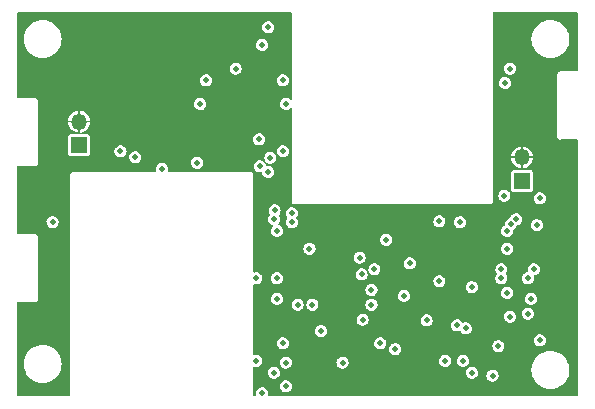
<source format=gbr>
%TF.GenerationSoftware,KiCad,Pcbnew,6.0.9-8da3e8f707~117~ubuntu22.04.1*%
%TF.CreationDate,2022-12-02T16:27:46-05:00*%
%TF.ProjectId,watch,77617463-682e-46b6-9963-61645f706362,rev?*%
%TF.SameCoordinates,Original*%
%TF.FileFunction,Copper,L2,Inr*%
%TF.FilePolarity,Positive*%
%FSLAX46Y46*%
G04 Gerber Fmt 4.6, Leading zero omitted, Abs format (unit mm)*
G04 Created by KiCad (PCBNEW 6.0.9-8da3e8f707~117~ubuntu22.04.1) date 2022-12-02 16:27:46*
%MOMM*%
%LPD*%
G01*
G04 APERTURE LIST*
%TA.AperFunction,ComponentPad*%
%ADD10R,1.350000X1.350000*%
%TD*%
%TA.AperFunction,ComponentPad*%
%ADD11O,1.350000X1.350000*%
%TD*%
%TA.AperFunction,ViaPad*%
%ADD12C,0.508000*%
%TD*%
G04 APERTURE END LIST*
D10*
%TO.N,Net-(J3-Pad1)*%
%TO.C,J3*%
X163000000Y-107000000D03*
D11*
%TO.N,GND*%
X163000000Y-105000000D03*
%TD*%
D10*
%TO.N,Net-(C1-Pad1)*%
%TO.C,J1*%
X125500000Y-104000000D03*
D11*
%TO.N,GND*%
X125500000Y-102000000D03*
%TD*%
D12*
%TO.N,Net-(C1-Pad1)*%
X141000000Y-125000000D03*
X140804800Y-105780600D03*
%TO.N,GND*%
X156750000Y-110750000D03*
X122567500Y-118682500D03*
X131750000Y-100750000D03*
X145400000Y-123800000D03*
X163250000Y-101250000D03*
X142000000Y-93250000D03*
X155250000Y-122250000D03*
X155250000Y-116500000D03*
X142000000Y-108000000D03*
X156000000Y-114000000D03*
X126000000Y-99250000D03*
X146500000Y-113000000D03*
X164500000Y-118500000D03*
X165000000Y-99750000D03*
X155000000Y-110750000D03*
X132500000Y-98500000D03*
X136500000Y-99500000D03*
%TO.N,+3.3V*%
X149250000Y-113500000D03*
X156000000Y-115500000D03*
X156000000Y-110444000D03*
X144000000Y-117500000D03*
X161556000Y-98725000D03*
X149500000Y-118750000D03*
X136250000Y-98500000D03*
X145000000Y-112750000D03*
X157750000Y-110500000D03*
X156500000Y-122250000D03*
X158000000Y-122250000D03*
X154925000Y-118825000D03*
X164500000Y-120500000D03*
%TO.N,/eBUSY*%
X163500000Y-115250000D03*
X161250000Y-115250000D03*
%TO.N,/eRST*%
X164500000Y-108500000D03*
X161750000Y-112750000D03*
%TO.N,/eDC*%
X161750000Y-116500000D03*
X164250000Y-110750000D03*
%TO.N,/eCS*%
X164000000Y-114500000D03*
X161250000Y-114500000D03*
%TO.N,/SCK*%
X135750000Y-100500000D03*
X163750000Y-117000000D03*
X158750000Y-123250000D03*
X161000000Y-121000000D03*
X142000000Y-110250000D03*
X142000000Y-123250000D03*
X135500000Y-105475800D03*
%TO.N,/MOSI*%
X163500000Y-118250000D03*
X142750000Y-98500000D03*
X138750000Y-97500000D03*
X143500000Y-109750000D03*
X162000000Y-118500000D03*
X162033758Y-110682483D03*
%TO.N,Net-(R1-Pad2)*%
X157500000Y-119250000D03*
%TO.N,/MISO*%
X142052000Y-109500000D03*
X162500000Y-110250000D03*
X141500000Y-94000000D03*
%TO.N,Net-(D1-Pad2)*%
X147800000Y-122400000D03*
%TO.N,Net-(D2-Pad2)*%
X143000000Y-122400000D03*
%TO.N,/nRESET*%
X142250000Y-117000000D03*
X150250000Y-116250000D03*
X141500000Y-106250000D03*
X132500000Y-106000000D03*
%TO.N,/TXD*%
X140500000Y-115250000D03*
X150500000Y-114500000D03*
%TO.N,/RXD*%
X141692130Y-105057870D03*
X130250000Y-105000000D03*
X142250000Y-115250000D03*
X149418084Y-114918084D03*
%TO.N,Net-(U2-Pad23)*%
X152250000Y-121250000D03*
X140500000Y-122250000D03*
X140750000Y-103500000D03*
%TO.N,/SCL*%
X150250000Y-117500000D03*
X145250000Y-117500000D03*
%TO.N,/SDA*%
X153000000Y-116750000D03*
X145975000Y-119725000D03*
%TO.N,Net-(SW2-Pad1)*%
X129000000Y-104500000D03*
X151000000Y-120750000D03*
X123250000Y-110500000D03*
X142750000Y-120750000D03*
X142750000Y-104500000D03*
%TO.N,Net-(SW3-Pad1)*%
X151500000Y-112000000D03*
X141000000Y-95500000D03*
X142250000Y-111250000D03*
%TO.N,Net-(SW4-Pad1)*%
X161500000Y-108250000D03*
X153500000Y-114000000D03*
%TO.N,Net-(U2-Pad9)*%
X162000000Y-97500000D03*
%TO.N,/RF_CS*%
X143000000Y-100500000D03*
X143500000Y-110500000D03*
X161750000Y-111250000D03*
%TO.N,/LED1*%
X158250000Y-119500000D03*
%TO.N,/LED2*%
X160500000Y-123500000D03*
X158750000Y-116000000D03*
X143000000Y-124400000D03*
%TD*%
%TA.AperFunction,Conductor*%
%TO.N,GND*%
G36*
X143477194Y-92772806D02*
G01*
X143495500Y-92817000D01*
X143495500Y-100127712D01*
X143477194Y-100171906D01*
X143433000Y-100190212D01*
X143385652Y-100168509D01*
X143340619Y-100116246D01*
X143337713Y-100112873D01*
X143215485Y-100033648D01*
X143075934Y-99991914D01*
X143003106Y-99991469D01*
X142934732Y-99991051D01*
X142934731Y-99991051D01*
X142930279Y-99991024D01*
X142790229Y-100031051D01*
X142667042Y-100108776D01*
X142664099Y-100112108D01*
X142664097Y-100112110D01*
X142595120Y-100190212D01*
X142570622Y-100217951D01*
X142568730Y-100221981D01*
X142510611Y-100345769D01*
X142510610Y-100345772D01*
X142508719Y-100349800D01*
X142486309Y-100493724D01*
X142486886Y-100498137D01*
X142486886Y-100498139D01*
X142494262Y-100554541D01*
X142505195Y-100638152D01*
X142563859Y-100771474D01*
X142657583Y-100882973D01*
X142661288Y-100885439D01*
X142661290Y-100885441D01*
X142754265Y-100947329D01*
X142778834Y-100963684D01*
X142917864Y-101007121D01*
X142922314Y-101007203D01*
X142922317Y-101007203D01*
X143059052Y-101009709D01*
X143059055Y-101009709D01*
X143063498Y-101009790D01*
X143067789Y-101008620D01*
X143067790Y-101008620D01*
X143118770Y-100994721D01*
X143204026Y-100971477D01*
X143207817Y-100969149D01*
X143207820Y-100969148D01*
X143324362Y-100897592D01*
X143324365Y-100897589D01*
X143328154Y-100895263D01*
X143386664Y-100830623D01*
X143429892Y-100810142D01*
X143474942Y-100826228D01*
X143495500Y-100872565D01*
X143495500Y-108718778D01*
X143494299Y-108730971D01*
X143490514Y-108750000D01*
X143495500Y-108775067D01*
X143510266Y-108849301D01*
X143513685Y-108854418D01*
X143513686Y-108854420D01*
X143532765Y-108882973D01*
X143566516Y-108933484D01*
X143571633Y-108936903D01*
X143645580Y-108986314D01*
X143645582Y-108986315D01*
X143650699Y-108989734D01*
X143750000Y-109009486D01*
X143769029Y-109005701D01*
X143781222Y-109004500D01*
X160218778Y-109004500D01*
X160230971Y-109005701D01*
X160250000Y-109009486D01*
X160349301Y-108989734D01*
X160354418Y-108986315D01*
X160354420Y-108986314D01*
X160428367Y-108936903D01*
X160433484Y-108933484D01*
X160467235Y-108882973D01*
X160486314Y-108854420D01*
X160486315Y-108854418D01*
X160489734Y-108849301D01*
X160504500Y-108775067D01*
X160509486Y-108750000D01*
X160505701Y-108730971D01*
X160504500Y-108718778D01*
X160504500Y-108243724D01*
X160986309Y-108243724D01*
X160986886Y-108248137D01*
X160986886Y-108248139D01*
X160994262Y-108304541D01*
X161005195Y-108388152D01*
X161006988Y-108392227D01*
X161055473Y-108502415D01*
X161063859Y-108521474D01*
X161157583Y-108632973D01*
X161161288Y-108635439D01*
X161161290Y-108635441D01*
X161192463Y-108656191D01*
X161278834Y-108713684D01*
X161417864Y-108757121D01*
X161422314Y-108757203D01*
X161422317Y-108757203D01*
X161559052Y-108759709D01*
X161559055Y-108759709D01*
X161563498Y-108759790D01*
X161567789Y-108758620D01*
X161567790Y-108758620D01*
X161621553Y-108743962D01*
X161704026Y-108721477D01*
X161707817Y-108719149D01*
X161707820Y-108719148D01*
X161824362Y-108647592D01*
X161824365Y-108647589D01*
X161828154Y-108645263D01*
X161831137Y-108641967D01*
X161831141Y-108641964D01*
X161922914Y-108540574D01*
X161925901Y-108537274D01*
X161947001Y-108493724D01*
X163986309Y-108493724D01*
X163986886Y-108498137D01*
X163986886Y-108498139D01*
X163989405Y-108517400D01*
X164005195Y-108638152D01*
X164006988Y-108642227D01*
X164058718Y-108759790D01*
X164063859Y-108771474D01*
X164157583Y-108882973D01*
X164161288Y-108885439D01*
X164161290Y-108885441D01*
X164225778Y-108928367D01*
X164278834Y-108963684D01*
X164417864Y-109007121D01*
X164422314Y-109007203D01*
X164422317Y-109007203D01*
X164559052Y-109009709D01*
X164559055Y-109009709D01*
X164563498Y-109009790D01*
X164567789Y-109008620D01*
X164567790Y-109008620D01*
X164649605Y-108986314D01*
X164704026Y-108971477D01*
X164707817Y-108969149D01*
X164707820Y-108969148D01*
X164824362Y-108897592D01*
X164824365Y-108897589D01*
X164828154Y-108895263D01*
X164831137Y-108891967D01*
X164831141Y-108891964D01*
X164922914Y-108790574D01*
X164925901Y-108787274D01*
X164989410Y-108656191D01*
X164991760Y-108642227D01*
X164998711Y-108600906D01*
X165013576Y-108512552D01*
X165013729Y-108500000D01*
X164993080Y-108355813D01*
X164944123Y-108248139D01*
X164934636Y-108227273D01*
X164934635Y-108227271D01*
X164932792Y-108223218D01*
X164837713Y-108112873D01*
X164715485Y-108033648D01*
X164575934Y-107991914D01*
X164503106Y-107991469D01*
X164434732Y-107991051D01*
X164434731Y-107991051D01*
X164430279Y-107991024D01*
X164290229Y-108031051D01*
X164167042Y-108108776D01*
X164164099Y-108112108D01*
X164164097Y-108112110D01*
X164073569Y-108214614D01*
X164070622Y-108217951D01*
X164068730Y-108221981D01*
X164010611Y-108345769D01*
X164010610Y-108345772D01*
X164008719Y-108349800D01*
X163986309Y-108493724D01*
X161947001Y-108493724D01*
X161989410Y-108406191D01*
X161991760Y-108392227D01*
X162013176Y-108264927D01*
X162013576Y-108262552D01*
X162013729Y-108250000D01*
X161993080Y-108105813D01*
X161941293Y-107991914D01*
X161934636Y-107977273D01*
X161934635Y-107977271D01*
X161932792Y-107973218D01*
X161837713Y-107862873D01*
X161715485Y-107783648D01*
X161575934Y-107741914D01*
X161503106Y-107741469D01*
X161434732Y-107741051D01*
X161434731Y-107741051D01*
X161430279Y-107741024D01*
X161290229Y-107781051D01*
X161167042Y-107858776D01*
X161164099Y-107862108D01*
X161164097Y-107862110D01*
X161073569Y-107964614D01*
X161070622Y-107967951D01*
X161068730Y-107971981D01*
X161010611Y-108095769D01*
X161010610Y-108095772D01*
X161008719Y-108099800D01*
X160986309Y-108243724D01*
X160504500Y-108243724D01*
X160504500Y-106299933D01*
X162070500Y-106299933D01*
X162070501Y-107700066D01*
X162071100Y-107703075D01*
X162071100Y-107703080D01*
X162078819Y-107741887D01*
X162085266Y-107774301D01*
X162141516Y-107858484D01*
X162146633Y-107861903D01*
X162220580Y-107911314D01*
X162220582Y-107911315D01*
X162225699Y-107914734D01*
X162258753Y-107921309D01*
X162296920Y-107928901D01*
X162296923Y-107928901D01*
X162299933Y-107929500D01*
X163000000Y-107929500D01*
X163700066Y-107929499D01*
X163703075Y-107928900D01*
X163703080Y-107928900D01*
X163768263Y-107915935D01*
X163774301Y-107914734D01*
X163858484Y-107858484D01*
X163906871Y-107786069D01*
X163911314Y-107779420D01*
X163911315Y-107779418D01*
X163914734Y-107774301D01*
X163929500Y-107700067D01*
X163929499Y-106299934D01*
X163927087Y-106287803D01*
X163915935Y-106231737D01*
X163914734Y-106225699D01*
X163858484Y-106141516D01*
X163811650Y-106110222D01*
X163779420Y-106088686D01*
X163779418Y-106088685D01*
X163774301Y-106085266D01*
X163741247Y-106078691D01*
X163703080Y-106071099D01*
X163703077Y-106071099D01*
X163700067Y-106070500D01*
X163696996Y-106070500D01*
X163000001Y-106070501D01*
X162299934Y-106070501D01*
X162296925Y-106071100D01*
X162296920Y-106071100D01*
X162231737Y-106084065D01*
X162225699Y-106085266D01*
X162141516Y-106141516D01*
X162085266Y-106225699D01*
X162084065Y-106231737D01*
X162084065Y-106231738D01*
X162077936Y-106262552D01*
X162070500Y-106299933D01*
X160504500Y-106299933D01*
X160504500Y-105073415D01*
X162073599Y-105073415D01*
X162085954Y-105190958D01*
X162087308Y-105197329D01*
X162145631Y-105376827D01*
X162148278Y-105382774D01*
X162242645Y-105546224D01*
X162246476Y-105551496D01*
X162372758Y-105691745D01*
X162377609Y-105696113D01*
X162530289Y-105807042D01*
X162535933Y-105810301D01*
X162708348Y-105887065D01*
X162714550Y-105889080D01*
X162899148Y-105928318D01*
X162905638Y-105929000D01*
X162924069Y-105929000D01*
X162932859Y-105925359D01*
X162936500Y-105916569D01*
X163063500Y-105916569D01*
X163067141Y-105925359D01*
X163075931Y-105929000D01*
X163094362Y-105929000D01*
X163100852Y-105928318D01*
X163285450Y-105889080D01*
X163291652Y-105887065D01*
X163464067Y-105810301D01*
X163469711Y-105807042D01*
X163622391Y-105696113D01*
X163627242Y-105691745D01*
X163753524Y-105551496D01*
X163757355Y-105546224D01*
X163851722Y-105382774D01*
X163854369Y-105376827D01*
X163912692Y-105197329D01*
X163914046Y-105190958D01*
X163926144Y-105075862D01*
X163923442Y-105066741D01*
X163917472Y-105063500D01*
X163075931Y-105063500D01*
X163067141Y-105067141D01*
X163063500Y-105075931D01*
X163063500Y-105916569D01*
X162936500Y-105916569D01*
X162936500Y-105075931D01*
X162932859Y-105067141D01*
X162924069Y-105063500D01*
X162084988Y-105063500D01*
X162076198Y-105067141D01*
X162073599Y-105073415D01*
X160504500Y-105073415D01*
X160504500Y-104924138D01*
X162073856Y-104924138D01*
X162076558Y-104933259D01*
X162082528Y-104936500D01*
X162924069Y-104936500D01*
X162932859Y-104932859D01*
X162936500Y-104924069D01*
X163063500Y-104924069D01*
X163067141Y-104932859D01*
X163075931Y-104936500D01*
X163915012Y-104936500D01*
X163923802Y-104932859D01*
X163926401Y-104926585D01*
X163914046Y-104809042D01*
X163912692Y-104802671D01*
X163854369Y-104623173D01*
X163851722Y-104617226D01*
X163757355Y-104453776D01*
X163753524Y-104448504D01*
X163627242Y-104308255D01*
X163622391Y-104303887D01*
X163469711Y-104192958D01*
X163464067Y-104189699D01*
X163291652Y-104112935D01*
X163285450Y-104110920D01*
X163100852Y-104071682D01*
X163094362Y-104071000D01*
X163075931Y-104071000D01*
X163067141Y-104074641D01*
X163063500Y-104083431D01*
X163063500Y-104924069D01*
X162936500Y-104924069D01*
X162936500Y-104083431D01*
X162932859Y-104074641D01*
X162924069Y-104071000D01*
X162905638Y-104071000D01*
X162899148Y-104071682D01*
X162714550Y-104110920D01*
X162708348Y-104112935D01*
X162535930Y-104189701D01*
X162530297Y-104192953D01*
X162377598Y-104303895D01*
X162372765Y-104308247D01*
X162246476Y-104448504D01*
X162242645Y-104453776D01*
X162148278Y-104617226D01*
X162145631Y-104623173D01*
X162087308Y-104802671D01*
X162085954Y-104809042D01*
X162073856Y-104924138D01*
X160504500Y-104924138D01*
X160504500Y-98718724D01*
X161042309Y-98718724D01*
X161042886Y-98723137D01*
X161042886Y-98723139D01*
X161048674Y-98767400D01*
X161061195Y-98863152D01*
X161062988Y-98867227D01*
X161071003Y-98885441D01*
X161119859Y-98996474D01*
X161213583Y-99107973D01*
X161217288Y-99110439D01*
X161217290Y-99110441D01*
X161310265Y-99172329D01*
X161334834Y-99188684D01*
X161473864Y-99232121D01*
X161478314Y-99232203D01*
X161478317Y-99232203D01*
X161615052Y-99234709D01*
X161615055Y-99234709D01*
X161619498Y-99234790D01*
X161623789Y-99233620D01*
X161623790Y-99233620D01*
X161674770Y-99219721D01*
X161760026Y-99196477D01*
X161763817Y-99194149D01*
X161763820Y-99194148D01*
X161880362Y-99122592D01*
X161880365Y-99122589D01*
X161884154Y-99120263D01*
X161887137Y-99116967D01*
X161887141Y-99116964D01*
X161978914Y-99015574D01*
X161981901Y-99012274D01*
X162045410Y-98881191D01*
X162047760Y-98867227D01*
X162054711Y-98825906D01*
X162069576Y-98737552D01*
X162069729Y-98725000D01*
X162049080Y-98580813D01*
X161988792Y-98448218D01*
X161893713Y-98337873D01*
X161771485Y-98258648D01*
X161631934Y-98216914D01*
X161559106Y-98216469D01*
X161490732Y-98216051D01*
X161490731Y-98216051D01*
X161486279Y-98216024D01*
X161346229Y-98256051D01*
X161223042Y-98333776D01*
X161220099Y-98337108D01*
X161220097Y-98337110D01*
X161129569Y-98439614D01*
X161126622Y-98442951D01*
X161124730Y-98446981D01*
X161066611Y-98570769D01*
X161066610Y-98570772D01*
X161064719Y-98574800D01*
X161042309Y-98718724D01*
X160504500Y-98718724D01*
X160504500Y-97493724D01*
X161486309Y-97493724D01*
X161486886Y-97498137D01*
X161486886Y-97498139D01*
X161494262Y-97554541D01*
X161505195Y-97638152D01*
X161506988Y-97642227D01*
X161558399Y-97759065D01*
X161563859Y-97771474D01*
X161657583Y-97882973D01*
X161661288Y-97885439D01*
X161661290Y-97885441D01*
X161754265Y-97947329D01*
X161778834Y-97963684D01*
X161917864Y-98007121D01*
X161922314Y-98007203D01*
X161922317Y-98007203D01*
X162059052Y-98009709D01*
X162059055Y-98009709D01*
X162063498Y-98009790D01*
X162067789Y-98008620D01*
X162067790Y-98008620D01*
X162132330Y-97991024D01*
X162204026Y-97971477D01*
X162207817Y-97969149D01*
X162207820Y-97969148D01*
X162324362Y-97897592D01*
X162324365Y-97897589D01*
X162328154Y-97895263D01*
X162331137Y-97891967D01*
X162331141Y-97891964D01*
X162422914Y-97790574D01*
X162425901Y-97787274D01*
X162489410Y-97656191D01*
X162491760Y-97642227D01*
X162513176Y-97514927D01*
X162513576Y-97512552D01*
X162513729Y-97500000D01*
X162493080Y-97355813D01*
X162432792Y-97223218D01*
X162337713Y-97112873D01*
X162215485Y-97033648D01*
X162075934Y-96991914D01*
X162003106Y-96991469D01*
X161934732Y-96991051D01*
X161934731Y-96991051D01*
X161930279Y-96991024D01*
X161790229Y-97031051D01*
X161667042Y-97108776D01*
X161664099Y-97112108D01*
X161664097Y-97112110D01*
X161573569Y-97214614D01*
X161570622Y-97217951D01*
X161568730Y-97221981D01*
X161510611Y-97345769D01*
X161510610Y-97345772D01*
X161508719Y-97349800D01*
X161486309Y-97493724D01*
X160504500Y-97493724D01*
X160504500Y-95000000D01*
X163795539Y-95000000D01*
X163815354Y-95251775D01*
X163874312Y-95497351D01*
X163875254Y-95499625D01*
X163970017Y-95728405D01*
X163970021Y-95728412D01*
X163970960Y-95730680D01*
X163972245Y-95732776D01*
X163972246Y-95732779D01*
X163998046Y-95774881D01*
X164102919Y-95946017D01*
X164266939Y-96138061D01*
X164458983Y-96302081D01*
X164674320Y-96434040D01*
X164676588Y-96434979D01*
X164676595Y-96434983D01*
X164881145Y-96519710D01*
X164907649Y-96530688D01*
X165153225Y-96589646D01*
X165209882Y-96594105D01*
X165340725Y-96604403D01*
X165340738Y-96604404D01*
X165341964Y-96604500D01*
X165468036Y-96604500D01*
X165469262Y-96604404D01*
X165469275Y-96604403D01*
X165600118Y-96594105D01*
X165656775Y-96589646D01*
X165902351Y-96530688D01*
X165928855Y-96519710D01*
X166133405Y-96434983D01*
X166133412Y-96434979D01*
X166135680Y-96434040D01*
X166351017Y-96302081D01*
X166543061Y-96138061D01*
X166707081Y-95946017D01*
X166811954Y-95774881D01*
X166837754Y-95732779D01*
X166837755Y-95732776D01*
X166839040Y-95730680D01*
X166839979Y-95728412D01*
X166839983Y-95728405D01*
X166934746Y-95499625D01*
X166935688Y-95497351D01*
X166994646Y-95251775D01*
X167014461Y-95000000D01*
X166994646Y-94748225D01*
X166935688Y-94502649D01*
X166919548Y-94463684D01*
X166839983Y-94271595D01*
X166839979Y-94271588D01*
X166839040Y-94269320D01*
X166772171Y-94160199D01*
X166708366Y-94056080D01*
X166707081Y-94053983D01*
X166543061Y-93861939D01*
X166351017Y-93697919D01*
X166135680Y-93565960D01*
X166133412Y-93565021D01*
X166133405Y-93565017D01*
X165904625Y-93470254D01*
X165904626Y-93470254D01*
X165902351Y-93469312D01*
X165656775Y-93410354D01*
X165600118Y-93405895D01*
X165469275Y-93395597D01*
X165469262Y-93395596D01*
X165468036Y-93395500D01*
X165341964Y-93395500D01*
X165340738Y-93395596D01*
X165340725Y-93395597D01*
X165209882Y-93405895D01*
X165153225Y-93410354D01*
X164907649Y-93469312D01*
X164905374Y-93470254D01*
X164905375Y-93470254D01*
X164676595Y-93565017D01*
X164676588Y-93565021D01*
X164674320Y-93565960D01*
X164458983Y-93697919D01*
X164266939Y-93861939D01*
X164102919Y-94053983D01*
X164101634Y-94056080D01*
X164037830Y-94160199D01*
X163970960Y-94269320D01*
X163970021Y-94271588D01*
X163970017Y-94271595D01*
X163890452Y-94463684D01*
X163874312Y-94502649D01*
X163815354Y-94748225D01*
X163795539Y-95000000D01*
X160504500Y-95000000D01*
X160504500Y-92817000D01*
X160522806Y-92772806D01*
X160567000Y-92754500D01*
X167683000Y-92754500D01*
X167727194Y-92772806D01*
X167745500Y-92817000D01*
X167745500Y-97683000D01*
X167727194Y-97727194D01*
X167683000Y-97745500D01*
X166281222Y-97745500D01*
X166269029Y-97744299D01*
X166256038Y-97741715D01*
X166250000Y-97740514D01*
X166150699Y-97760266D01*
X166145582Y-97763685D01*
X166145580Y-97763686D01*
X166140022Y-97767400D01*
X166066516Y-97816516D01*
X166063097Y-97821633D01*
X166016103Y-97891964D01*
X166010266Y-97900699D01*
X165996188Y-97971477D01*
X165990514Y-98000000D01*
X165991715Y-98006038D01*
X165994299Y-98019029D01*
X165995500Y-98031222D01*
X165995500Y-103218778D01*
X165994299Y-103230971D01*
X165990514Y-103250000D01*
X165995500Y-103275067D01*
X166010266Y-103349301D01*
X166066516Y-103433484D01*
X166071633Y-103436903D01*
X166145580Y-103486314D01*
X166145582Y-103486315D01*
X166150699Y-103489734D01*
X166250000Y-103509486D01*
X166269029Y-103505701D01*
X166281222Y-103504500D01*
X167683000Y-103504500D01*
X167727194Y-103522806D01*
X167745500Y-103567000D01*
X167745500Y-125183000D01*
X167727194Y-125227194D01*
X167683000Y-125245500D01*
X141545797Y-125245500D01*
X141501603Y-125227194D01*
X141483297Y-125183000D01*
X141486256Y-125163997D01*
X141487468Y-125160198D01*
X141489410Y-125156191D01*
X141513576Y-125012552D01*
X141513729Y-125000000D01*
X141493080Y-124855813D01*
X141432792Y-124723218D01*
X141337713Y-124612873D01*
X141215485Y-124533648D01*
X141075934Y-124491914D01*
X141003107Y-124491469D01*
X140934732Y-124491051D01*
X140934731Y-124491051D01*
X140930279Y-124491024D01*
X140790229Y-124531051D01*
X140667042Y-124608776D01*
X140664099Y-124612108D01*
X140664097Y-124612110D01*
X140573569Y-124714614D01*
X140570622Y-124717951D01*
X140568730Y-124721981D01*
X140510611Y-124845769D01*
X140510610Y-124845772D01*
X140508719Y-124849800D01*
X140486309Y-124993724D01*
X140486886Y-124998137D01*
X140486886Y-124998139D01*
X140494262Y-125054541D01*
X140505195Y-125138152D01*
X140513853Y-125157829D01*
X140514897Y-125205652D01*
X140481819Y-125240207D01*
X140456646Y-125245500D01*
X140317000Y-125245500D01*
X140272806Y-125227194D01*
X140254500Y-125183000D01*
X140254500Y-124393724D01*
X142486309Y-124393724D01*
X142486886Y-124398137D01*
X142486886Y-124398139D01*
X142491413Y-124432754D01*
X142505195Y-124538152D01*
X142506988Y-124542227D01*
X142539558Y-124616246D01*
X142563859Y-124671474D01*
X142657583Y-124782973D01*
X142661288Y-124785439D01*
X142661290Y-124785441D01*
X142751921Y-124845769D01*
X142778834Y-124863684D01*
X142917864Y-124907121D01*
X142922314Y-124907203D01*
X142922317Y-124907203D01*
X143059052Y-124909709D01*
X143059055Y-124909709D01*
X143063498Y-124909790D01*
X143067789Y-124908620D01*
X143067790Y-124908620D01*
X143118770Y-124894721D01*
X143204026Y-124871477D01*
X143207817Y-124869149D01*
X143207820Y-124869148D01*
X143324362Y-124797592D01*
X143324365Y-124797589D01*
X143328154Y-124795263D01*
X143331137Y-124791967D01*
X143331141Y-124791964D01*
X143422914Y-124690574D01*
X143425901Y-124687274D01*
X143489410Y-124556191D01*
X143491760Y-124542227D01*
X143513176Y-124414927D01*
X143513576Y-124412552D01*
X143513729Y-124400000D01*
X143493080Y-124255813D01*
X143439541Y-124138061D01*
X143434636Y-124127273D01*
X143434635Y-124127271D01*
X143432792Y-124123218D01*
X143337713Y-124012873D01*
X143215485Y-123933648D01*
X143075934Y-123891914D01*
X143003106Y-123891469D01*
X142934732Y-123891051D01*
X142934731Y-123891051D01*
X142930279Y-123891024D01*
X142790229Y-123931051D01*
X142667042Y-124008776D01*
X142664099Y-124012108D01*
X142664097Y-124012110D01*
X142573569Y-124114614D01*
X142570622Y-124117951D01*
X142568730Y-124121981D01*
X142510611Y-124245769D01*
X142510610Y-124245772D01*
X142508719Y-124249800D01*
X142486309Y-124393724D01*
X140254500Y-124393724D01*
X140254500Y-123243724D01*
X141486309Y-123243724D01*
X141486886Y-123248137D01*
X141486886Y-123248139D01*
X141494262Y-123304541D01*
X141505195Y-123388152D01*
X141506988Y-123392227D01*
X141555473Y-123502415D01*
X141563859Y-123521474D01*
X141657583Y-123632973D01*
X141661288Y-123635439D01*
X141661290Y-123635441D01*
X141692463Y-123656191D01*
X141778834Y-123713684D01*
X141917864Y-123757121D01*
X141922314Y-123757203D01*
X141922317Y-123757203D01*
X142059052Y-123759709D01*
X142059055Y-123759709D01*
X142063498Y-123759790D01*
X142067789Y-123758620D01*
X142067790Y-123758620D01*
X142170270Y-123730680D01*
X142204026Y-123721477D01*
X142207817Y-123719149D01*
X142207820Y-123719148D01*
X142324362Y-123647592D01*
X142324365Y-123647589D01*
X142328154Y-123645263D01*
X142331137Y-123641967D01*
X142331141Y-123641964D01*
X142422914Y-123540574D01*
X142425901Y-123537274D01*
X142489410Y-123406191D01*
X142491760Y-123392227D01*
X142513176Y-123264927D01*
X142513576Y-123262552D01*
X142513729Y-123250000D01*
X142512830Y-123243724D01*
X158236309Y-123243724D01*
X158236886Y-123248137D01*
X158236886Y-123248139D01*
X158244262Y-123304541D01*
X158255195Y-123388152D01*
X158256988Y-123392227D01*
X158305473Y-123502415D01*
X158313859Y-123521474D01*
X158407583Y-123632973D01*
X158411288Y-123635439D01*
X158411290Y-123635441D01*
X158442463Y-123656191D01*
X158528834Y-123713684D01*
X158667864Y-123757121D01*
X158672314Y-123757203D01*
X158672317Y-123757203D01*
X158809052Y-123759709D01*
X158809055Y-123759709D01*
X158813498Y-123759790D01*
X158817789Y-123758620D01*
X158817790Y-123758620D01*
X158920270Y-123730680D01*
X158954026Y-123721477D01*
X158957817Y-123719149D01*
X158957820Y-123719148D01*
X159074362Y-123647592D01*
X159074365Y-123647589D01*
X159078154Y-123645263D01*
X159081137Y-123641967D01*
X159081141Y-123641964D01*
X159172914Y-123540574D01*
X159175901Y-123537274D01*
X159197001Y-123493724D01*
X159986309Y-123493724D01*
X159986886Y-123498137D01*
X159986886Y-123498139D01*
X159989405Y-123517400D01*
X160005195Y-123638152D01*
X160006988Y-123642227D01*
X160058718Y-123759790D01*
X160063859Y-123771474D01*
X160157583Y-123882973D01*
X160161288Y-123885439D01*
X160161290Y-123885441D01*
X160229810Y-123931051D01*
X160278834Y-123963684D01*
X160417864Y-124007121D01*
X160422314Y-124007203D01*
X160422317Y-124007203D01*
X160559052Y-124009709D01*
X160559055Y-124009709D01*
X160563498Y-124009790D01*
X160567789Y-124008620D01*
X160567790Y-124008620D01*
X160618770Y-123994721D01*
X160704026Y-123971477D01*
X160707817Y-123969149D01*
X160707820Y-123969148D01*
X160824362Y-123897592D01*
X160824365Y-123897589D01*
X160828154Y-123895263D01*
X160831137Y-123891967D01*
X160831141Y-123891964D01*
X160922914Y-123790574D01*
X160925901Y-123787274D01*
X160989410Y-123656191D01*
X160991760Y-123642227D01*
X160998711Y-123600906D01*
X161013576Y-123512552D01*
X161013729Y-123500000D01*
X160993080Y-123355813D01*
X160944123Y-123248139D01*
X160934636Y-123227273D01*
X160934635Y-123227271D01*
X160932792Y-123223218D01*
X160837713Y-123112873D01*
X160715485Y-123033648D01*
X160602972Y-123000000D01*
X163795539Y-123000000D01*
X163815354Y-123251775D01*
X163874312Y-123497351D01*
X163875254Y-123499625D01*
X163970017Y-123728405D01*
X163970021Y-123728412D01*
X163970960Y-123730680D01*
X163972245Y-123732776D01*
X163972246Y-123732779D01*
X164014715Y-123802081D01*
X164102919Y-123946017D01*
X164266939Y-124138061D01*
X164458983Y-124302081D01*
X164461080Y-124303366D01*
X164639255Y-124412552D01*
X164674320Y-124434040D01*
X164676588Y-124434979D01*
X164676595Y-124434983D01*
X164881145Y-124519710D01*
X164907649Y-124530688D01*
X165153225Y-124589646D01*
X165209882Y-124594105D01*
X165340725Y-124604403D01*
X165340738Y-124604404D01*
X165341964Y-124604500D01*
X165468036Y-124604500D01*
X165469262Y-124604404D01*
X165469275Y-124604403D01*
X165600118Y-124594105D01*
X165656775Y-124589646D01*
X165902351Y-124530688D01*
X165928855Y-124519710D01*
X166133405Y-124434983D01*
X166133412Y-124434979D01*
X166135680Y-124434040D01*
X166170746Y-124412552D01*
X166348920Y-124303366D01*
X166351017Y-124302081D01*
X166543061Y-124138061D01*
X166707081Y-123946017D01*
X166795285Y-123802081D01*
X166837754Y-123732779D01*
X166837755Y-123732776D01*
X166839040Y-123730680D01*
X166839979Y-123728412D01*
X166839983Y-123728405D01*
X166934746Y-123499625D01*
X166935688Y-123497351D01*
X166994646Y-123251775D01*
X167014461Y-123000000D01*
X166994646Y-122748225D01*
X166935688Y-122502649D01*
X166924710Y-122476145D01*
X166839983Y-122271595D01*
X166839979Y-122271588D01*
X166839040Y-122269320D01*
X166829775Y-122254200D01*
X166708366Y-122056080D01*
X166707081Y-122053983D01*
X166543061Y-121861939D01*
X166351017Y-121697919D01*
X166268891Y-121647592D01*
X166137779Y-121567246D01*
X166137776Y-121567245D01*
X166135680Y-121565960D01*
X166133412Y-121565021D01*
X166133405Y-121565017D01*
X165904625Y-121470254D01*
X165904626Y-121470254D01*
X165902351Y-121469312D01*
X165656775Y-121410354D01*
X165600118Y-121405895D01*
X165469275Y-121395597D01*
X165469262Y-121395596D01*
X165468036Y-121395500D01*
X165341964Y-121395500D01*
X165340738Y-121395596D01*
X165340725Y-121395597D01*
X165209882Y-121405895D01*
X165153225Y-121410354D01*
X164907649Y-121469312D01*
X164905374Y-121470254D01*
X164905375Y-121470254D01*
X164676595Y-121565017D01*
X164676588Y-121565021D01*
X164674320Y-121565960D01*
X164672224Y-121567245D01*
X164672221Y-121567246D01*
X164541109Y-121647592D01*
X164458983Y-121697919D01*
X164266939Y-121861939D01*
X164102919Y-122053983D01*
X164101634Y-122056080D01*
X163980226Y-122254200D01*
X163970960Y-122269320D01*
X163970021Y-122271588D01*
X163970017Y-122271595D01*
X163885290Y-122476145D01*
X163874312Y-122502649D01*
X163815354Y-122748225D01*
X163795539Y-123000000D01*
X160602972Y-123000000D01*
X160575934Y-122991914D01*
X160503107Y-122991469D01*
X160434732Y-122991051D01*
X160434731Y-122991051D01*
X160430279Y-122991024D01*
X160290229Y-123031051D01*
X160167042Y-123108776D01*
X160164099Y-123112108D01*
X160164097Y-123112110D01*
X160073569Y-123214614D01*
X160070622Y-123217951D01*
X160068730Y-123221981D01*
X160010611Y-123345769D01*
X160010610Y-123345772D01*
X160008719Y-123349800D01*
X159986309Y-123493724D01*
X159197001Y-123493724D01*
X159239410Y-123406191D01*
X159241760Y-123392227D01*
X159263176Y-123264927D01*
X159263576Y-123262552D01*
X159263729Y-123250000D01*
X159243080Y-123105813D01*
X159194799Y-122999625D01*
X159184636Y-122977273D01*
X159184635Y-122977271D01*
X159182792Y-122973218D01*
X159087713Y-122862873D01*
X158965485Y-122783648D01*
X158825934Y-122741914D01*
X158753106Y-122741469D01*
X158684732Y-122741051D01*
X158684731Y-122741051D01*
X158680279Y-122741024D01*
X158540229Y-122781051D01*
X158417042Y-122858776D01*
X158414099Y-122862108D01*
X158414097Y-122862110D01*
X158371988Y-122909790D01*
X158320622Y-122967951D01*
X158318730Y-122971981D01*
X158260611Y-123095769D01*
X158260610Y-123095772D01*
X158258719Y-123099800D01*
X158236309Y-123243724D01*
X142512830Y-123243724D01*
X142493080Y-123105813D01*
X142444799Y-122999625D01*
X142434636Y-122977273D01*
X142434635Y-122977271D01*
X142432792Y-122973218D01*
X142337713Y-122862873D01*
X142215485Y-122783648D01*
X142075934Y-122741914D01*
X142003106Y-122741469D01*
X141934732Y-122741051D01*
X141934731Y-122741051D01*
X141930279Y-122741024D01*
X141790229Y-122781051D01*
X141667042Y-122858776D01*
X141664099Y-122862108D01*
X141664097Y-122862110D01*
X141621988Y-122909790D01*
X141570622Y-122967951D01*
X141568730Y-122971981D01*
X141510611Y-123095769D01*
X141510610Y-123095772D01*
X141508719Y-123099800D01*
X141486309Y-123243724D01*
X140254500Y-123243724D01*
X140254500Y-122791087D01*
X140272806Y-122746893D01*
X140317000Y-122728587D01*
X140335637Y-122731431D01*
X140417864Y-122757121D01*
X140422314Y-122757203D01*
X140422317Y-122757203D01*
X140559052Y-122759709D01*
X140559055Y-122759709D01*
X140563498Y-122759790D01*
X140567789Y-122758620D01*
X140567790Y-122758620D01*
X140632330Y-122741024D01*
X140704026Y-122721477D01*
X140707817Y-122719149D01*
X140707820Y-122719148D01*
X140824362Y-122647592D01*
X140824365Y-122647589D01*
X140828154Y-122645263D01*
X140831137Y-122641967D01*
X140831141Y-122641964D01*
X140922914Y-122540574D01*
X140925901Y-122537274D01*
X140989410Y-122406191D01*
X140990854Y-122397612D01*
X140991508Y-122393724D01*
X142486309Y-122393724D01*
X142486886Y-122398137D01*
X142486886Y-122398139D01*
X142494262Y-122454541D01*
X142505195Y-122538152D01*
X142506988Y-122542227D01*
X142553351Y-122647592D01*
X142563859Y-122671474D01*
X142566723Y-122674881D01*
X142631359Y-122751775D01*
X142657583Y-122782973D01*
X142661288Y-122785439D01*
X142661290Y-122785441D01*
X142754265Y-122847329D01*
X142778834Y-122863684D01*
X142917864Y-122907121D01*
X142922314Y-122907203D01*
X142922317Y-122907203D01*
X143059052Y-122909709D01*
X143059055Y-122909709D01*
X143063498Y-122909790D01*
X143067789Y-122908620D01*
X143067790Y-122908620D01*
X143118770Y-122894721D01*
X143204026Y-122871477D01*
X143207817Y-122869149D01*
X143207820Y-122869148D01*
X143324362Y-122797592D01*
X143324365Y-122797589D01*
X143328154Y-122795263D01*
X143331137Y-122791967D01*
X143331141Y-122791964D01*
X143422914Y-122690574D01*
X143425901Y-122687274D01*
X143489410Y-122556191D01*
X143491760Y-122542227D01*
X143513176Y-122414927D01*
X143513576Y-122412552D01*
X143513729Y-122400000D01*
X143512830Y-122393724D01*
X147286309Y-122393724D01*
X147286886Y-122398137D01*
X147286886Y-122398139D01*
X147294262Y-122454541D01*
X147305195Y-122538152D01*
X147306988Y-122542227D01*
X147353351Y-122647592D01*
X147363859Y-122671474D01*
X147366723Y-122674881D01*
X147431359Y-122751775D01*
X147457583Y-122782973D01*
X147461288Y-122785439D01*
X147461290Y-122785441D01*
X147554265Y-122847329D01*
X147578834Y-122863684D01*
X147717864Y-122907121D01*
X147722314Y-122907203D01*
X147722317Y-122907203D01*
X147859052Y-122909709D01*
X147859055Y-122909709D01*
X147863498Y-122909790D01*
X147867789Y-122908620D01*
X147867790Y-122908620D01*
X147918770Y-122894721D01*
X148004026Y-122871477D01*
X148007817Y-122869149D01*
X148007820Y-122869148D01*
X148124362Y-122797592D01*
X148124365Y-122797589D01*
X148128154Y-122795263D01*
X148131137Y-122791967D01*
X148131141Y-122791964D01*
X148222914Y-122690574D01*
X148225901Y-122687274D01*
X148289410Y-122556191D01*
X148291760Y-122542227D01*
X148313176Y-122414927D01*
X148313576Y-122412552D01*
X148313729Y-122400000D01*
X148293080Y-122255813D01*
X148287583Y-122243724D01*
X155986309Y-122243724D01*
X155986886Y-122248137D01*
X155986886Y-122248139D01*
X155994262Y-122304541D01*
X156005195Y-122388152D01*
X156006988Y-122392227D01*
X156055576Y-122502649D01*
X156063859Y-122521474D01*
X156157583Y-122632973D01*
X156161288Y-122635439D01*
X156161290Y-122635441D01*
X156220541Y-122674881D01*
X156278834Y-122713684D01*
X156417864Y-122757121D01*
X156422314Y-122757203D01*
X156422317Y-122757203D01*
X156559052Y-122759709D01*
X156559055Y-122759709D01*
X156563498Y-122759790D01*
X156567789Y-122758620D01*
X156567790Y-122758620D01*
X156632330Y-122741024D01*
X156704026Y-122721477D01*
X156707817Y-122719149D01*
X156707820Y-122719148D01*
X156824362Y-122647592D01*
X156824365Y-122647589D01*
X156828154Y-122645263D01*
X156831137Y-122641967D01*
X156831141Y-122641964D01*
X156922914Y-122540574D01*
X156925901Y-122537274D01*
X156989410Y-122406191D01*
X156990854Y-122397612D01*
X156998711Y-122350906D01*
X157013576Y-122262552D01*
X157013729Y-122250000D01*
X157012830Y-122243724D01*
X157486309Y-122243724D01*
X157486886Y-122248137D01*
X157486886Y-122248139D01*
X157494262Y-122304541D01*
X157505195Y-122388152D01*
X157506988Y-122392227D01*
X157555576Y-122502649D01*
X157563859Y-122521474D01*
X157657583Y-122632973D01*
X157661288Y-122635439D01*
X157661290Y-122635441D01*
X157720541Y-122674881D01*
X157778834Y-122713684D01*
X157917864Y-122757121D01*
X157922314Y-122757203D01*
X157922317Y-122757203D01*
X158059052Y-122759709D01*
X158059055Y-122759709D01*
X158063498Y-122759790D01*
X158067789Y-122758620D01*
X158067790Y-122758620D01*
X158132330Y-122741024D01*
X158204026Y-122721477D01*
X158207817Y-122719149D01*
X158207820Y-122719148D01*
X158324362Y-122647592D01*
X158324365Y-122647589D01*
X158328154Y-122645263D01*
X158331137Y-122641967D01*
X158331141Y-122641964D01*
X158422914Y-122540574D01*
X158425901Y-122537274D01*
X158489410Y-122406191D01*
X158490854Y-122397612D01*
X158498711Y-122350906D01*
X158513576Y-122262552D01*
X158513729Y-122250000D01*
X158493080Y-122105813D01*
X158449721Y-122010451D01*
X158434636Y-121977273D01*
X158434635Y-121977271D01*
X158432792Y-121973218D01*
X158337713Y-121862873D01*
X158215485Y-121783648D01*
X158075934Y-121741914D01*
X158003107Y-121741469D01*
X157934732Y-121741051D01*
X157934731Y-121741051D01*
X157930279Y-121741024D01*
X157790229Y-121781051D01*
X157667042Y-121858776D01*
X157664099Y-121862108D01*
X157664097Y-121862110D01*
X157600917Y-121933648D01*
X157570622Y-121967951D01*
X157568730Y-121971981D01*
X157510611Y-122095769D01*
X157510610Y-122095772D01*
X157508719Y-122099800D01*
X157486309Y-122243724D01*
X157012830Y-122243724D01*
X156993080Y-122105813D01*
X156949721Y-122010451D01*
X156934636Y-121977273D01*
X156934635Y-121977271D01*
X156932792Y-121973218D01*
X156837713Y-121862873D01*
X156715485Y-121783648D01*
X156575934Y-121741914D01*
X156503107Y-121741469D01*
X156434732Y-121741051D01*
X156434731Y-121741051D01*
X156430279Y-121741024D01*
X156290229Y-121781051D01*
X156167042Y-121858776D01*
X156164099Y-121862108D01*
X156164097Y-121862110D01*
X156100917Y-121933648D01*
X156070622Y-121967951D01*
X156068730Y-121971981D01*
X156010611Y-122095769D01*
X156010610Y-122095772D01*
X156008719Y-122099800D01*
X155986309Y-122243724D01*
X148287583Y-122243724D01*
X148232792Y-122123218D01*
X148137713Y-122012873D01*
X148015485Y-121933648D01*
X147875934Y-121891914D01*
X147803107Y-121891469D01*
X147734732Y-121891051D01*
X147734731Y-121891051D01*
X147730279Y-121891024D01*
X147590229Y-121931051D01*
X147467042Y-122008776D01*
X147464099Y-122012108D01*
X147464097Y-122012110D01*
X147390212Y-122095769D01*
X147370622Y-122117951D01*
X147368730Y-122121981D01*
X147310611Y-122245769D01*
X147310610Y-122245772D01*
X147308719Y-122249800D01*
X147286309Y-122393724D01*
X143512830Y-122393724D01*
X143493080Y-122255813D01*
X143432792Y-122123218D01*
X143337713Y-122012873D01*
X143215485Y-121933648D01*
X143075934Y-121891914D01*
X143003107Y-121891469D01*
X142934732Y-121891051D01*
X142934731Y-121891051D01*
X142930279Y-121891024D01*
X142790229Y-121931051D01*
X142667042Y-122008776D01*
X142664099Y-122012108D01*
X142664097Y-122012110D01*
X142590212Y-122095769D01*
X142570622Y-122117951D01*
X142568730Y-122121981D01*
X142510611Y-122245769D01*
X142510610Y-122245772D01*
X142508719Y-122249800D01*
X142486309Y-122393724D01*
X140991508Y-122393724D01*
X140998711Y-122350906D01*
X141013576Y-122262552D01*
X141013729Y-122250000D01*
X140993080Y-122105813D01*
X140949721Y-122010451D01*
X140934636Y-121977273D01*
X140934635Y-121977271D01*
X140932792Y-121973218D01*
X140837713Y-121862873D01*
X140715485Y-121783648D01*
X140575934Y-121741914D01*
X140503107Y-121741469D01*
X140434732Y-121741051D01*
X140434731Y-121741051D01*
X140430279Y-121741024D01*
X140334175Y-121768491D01*
X140286652Y-121763034D01*
X140256906Y-121725572D01*
X140254500Y-121708397D01*
X140254500Y-120743724D01*
X142236309Y-120743724D01*
X142236886Y-120748137D01*
X142236886Y-120748139D01*
X142239405Y-120767400D01*
X142255195Y-120888152D01*
X142256988Y-120892227D01*
X142308718Y-121009790D01*
X142313859Y-121021474D01*
X142407583Y-121132973D01*
X142411288Y-121135439D01*
X142411290Y-121135441D01*
X142442463Y-121156191D01*
X142528834Y-121213684D01*
X142667864Y-121257121D01*
X142672314Y-121257203D01*
X142672317Y-121257203D01*
X142809052Y-121259709D01*
X142809055Y-121259709D01*
X142813498Y-121259790D01*
X142817789Y-121258620D01*
X142817790Y-121258620D01*
X142888554Y-121239327D01*
X142954026Y-121221477D01*
X142957817Y-121219149D01*
X142957820Y-121219148D01*
X143074362Y-121147592D01*
X143074365Y-121147589D01*
X143078154Y-121145263D01*
X143081137Y-121141967D01*
X143081141Y-121141964D01*
X143172914Y-121040574D01*
X143175901Y-121037274D01*
X143239410Y-120906191D01*
X143241193Y-120895597D01*
X143249575Y-120845769D01*
X143263576Y-120762552D01*
X143263729Y-120750000D01*
X143262830Y-120743724D01*
X150486309Y-120743724D01*
X150486886Y-120748137D01*
X150486886Y-120748139D01*
X150489405Y-120767400D01*
X150505195Y-120888152D01*
X150506988Y-120892227D01*
X150558718Y-121009790D01*
X150563859Y-121021474D01*
X150657583Y-121132973D01*
X150661288Y-121135439D01*
X150661290Y-121135441D01*
X150692463Y-121156191D01*
X150778834Y-121213684D01*
X150917864Y-121257121D01*
X150922314Y-121257203D01*
X150922317Y-121257203D01*
X151059052Y-121259709D01*
X151059055Y-121259709D01*
X151063498Y-121259790D01*
X151067789Y-121258620D01*
X151067790Y-121258620D01*
X151122426Y-121243724D01*
X151736309Y-121243724D01*
X151736886Y-121248137D01*
X151736886Y-121248139D01*
X151739405Y-121267400D01*
X151755195Y-121388152D01*
X151756988Y-121392227D01*
X151808718Y-121509790D01*
X151813859Y-121521474D01*
X151907583Y-121632973D01*
X151911288Y-121635439D01*
X151911290Y-121635441D01*
X152003220Y-121696634D01*
X152028834Y-121713684D01*
X152167864Y-121757121D01*
X152172314Y-121757203D01*
X152172317Y-121757203D01*
X152309052Y-121759709D01*
X152309055Y-121759709D01*
X152313498Y-121759790D01*
X152317789Y-121758620D01*
X152317790Y-121758620D01*
X152382330Y-121741024D01*
X152454026Y-121721477D01*
X152457817Y-121719149D01*
X152457820Y-121719148D01*
X152574362Y-121647592D01*
X152574365Y-121647589D01*
X152578154Y-121645263D01*
X152581137Y-121641967D01*
X152581141Y-121641964D01*
X152672914Y-121540574D01*
X152675901Y-121537274D01*
X152739410Y-121406191D01*
X152741193Y-121395597D01*
X152748711Y-121350906D01*
X152763576Y-121262552D01*
X152763729Y-121250000D01*
X152743080Y-121105813D01*
X152699580Y-121010141D01*
X152692116Y-120993724D01*
X160486309Y-120993724D01*
X160486886Y-120998137D01*
X160486886Y-120998139D01*
X160489405Y-121017400D01*
X160505195Y-121138152D01*
X160506988Y-121142227D01*
X160558718Y-121259790D01*
X160563859Y-121271474D01*
X160657583Y-121382973D01*
X160661288Y-121385439D01*
X160661290Y-121385441D01*
X160692463Y-121406191D01*
X160778834Y-121463684D01*
X160917864Y-121507121D01*
X160922314Y-121507203D01*
X160922317Y-121507203D01*
X161059052Y-121509709D01*
X161059055Y-121509709D01*
X161063498Y-121509790D01*
X161067789Y-121508620D01*
X161067790Y-121508620D01*
X161118770Y-121494721D01*
X161204026Y-121471477D01*
X161207817Y-121469149D01*
X161207820Y-121469148D01*
X161324362Y-121397592D01*
X161324365Y-121397589D01*
X161328154Y-121395263D01*
X161331137Y-121391967D01*
X161331141Y-121391964D01*
X161422914Y-121290574D01*
X161425901Y-121287274D01*
X161489410Y-121156191D01*
X161491760Y-121142227D01*
X161504374Y-121067246D01*
X161513576Y-121012552D01*
X161513729Y-121000000D01*
X161493080Y-120855813D01*
X161444123Y-120748139D01*
X161434636Y-120727273D01*
X161434635Y-120727271D01*
X161432792Y-120723218D01*
X161337713Y-120612873D01*
X161215485Y-120533648D01*
X161081986Y-120493724D01*
X163986309Y-120493724D01*
X163986886Y-120498137D01*
X163986886Y-120498139D01*
X163991030Y-120529828D01*
X164005195Y-120638152D01*
X164006988Y-120642227D01*
X164055473Y-120752415D01*
X164063859Y-120771474D01*
X164074092Y-120783648D01*
X164143523Y-120866246D01*
X164157583Y-120882973D01*
X164161288Y-120885439D01*
X164161290Y-120885441D01*
X164192463Y-120906191D01*
X164278834Y-120963684D01*
X164417864Y-121007121D01*
X164422314Y-121007203D01*
X164422317Y-121007203D01*
X164559052Y-121009709D01*
X164559055Y-121009709D01*
X164563498Y-121009790D01*
X164567789Y-121008620D01*
X164567790Y-121008620D01*
X164638554Y-120989327D01*
X164704026Y-120971477D01*
X164707817Y-120969149D01*
X164707820Y-120969148D01*
X164824362Y-120897592D01*
X164824365Y-120897589D01*
X164828154Y-120895263D01*
X164831137Y-120891967D01*
X164831141Y-120891964D01*
X164922914Y-120790574D01*
X164925901Y-120787274D01*
X164989410Y-120656191D01*
X164991760Y-120642227D01*
X165009619Y-120536069D01*
X165013576Y-120512552D01*
X165013729Y-120500000D01*
X164993080Y-120355813D01*
X164941293Y-120241914D01*
X164934636Y-120227273D01*
X164934635Y-120227271D01*
X164932792Y-120223218D01*
X164837713Y-120112873D01*
X164715485Y-120033648D01*
X164575934Y-119991914D01*
X164503107Y-119991469D01*
X164434732Y-119991051D01*
X164434731Y-119991051D01*
X164430279Y-119991024D01*
X164290229Y-120031051D01*
X164167042Y-120108776D01*
X164164099Y-120112108D01*
X164164097Y-120112110D01*
X164095297Y-120190012D01*
X164070622Y-120217951D01*
X164068730Y-120221981D01*
X164010611Y-120345769D01*
X164010610Y-120345772D01*
X164008719Y-120349800D01*
X163986309Y-120493724D01*
X161081986Y-120493724D01*
X161075934Y-120491914D01*
X161003106Y-120491469D01*
X160934732Y-120491051D01*
X160934731Y-120491051D01*
X160930279Y-120491024D01*
X160790229Y-120531051D01*
X160667042Y-120608776D01*
X160664099Y-120612108D01*
X160664097Y-120612110D01*
X160573569Y-120714614D01*
X160570622Y-120717951D01*
X160568730Y-120721981D01*
X160510611Y-120845769D01*
X160510610Y-120845772D01*
X160508719Y-120849800D01*
X160486309Y-120993724D01*
X152692116Y-120993724D01*
X152684636Y-120977273D01*
X152684635Y-120977271D01*
X152682792Y-120973218D01*
X152587713Y-120862873D01*
X152465485Y-120783648D01*
X152325934Y-120741914D01*
X152253106Y-120741469D01*
X152184732Y-120741051D01*
X152184731Y-120741051D01*
X152180279Y-120741024D01*
X152040229Y-120781051D01*
X151917042Y-120858776D01*
X151914099Y-120862108D01*
X151914097Y-120862110D01*
X151871490Y-120910354D01*
X151820622Y-120967951D01*
X151818730Y-120971981D01*
X151760611Y-121095769D01*
X151760610Y-121095772D01*
X151758719Y-121099800D01*
X151736309Y-121243724D01*
X151122426Y-121243724D01*
X151138554Y-121239327D01*
X151204026Y-121221477D01*
X151207817Y-121219149D01*
X151207820Y-121219148D01*
X151324362Y-121147592D01*
X151324365Y-121147589D01*
X151328154Y-121145263D01*
X151331137Y-121141967D01*
X151331141Y-121141964D01*
X151422914Y-121040574D01*
X151425901Y-121037274D01*
X151489410Y-120906191D01*
X151491193Y-120895597D01*
X151499575Y-120845769D01*
X151513576Y-120762552D01*
X151513729Y-120750000D01*
X151493080Y-120605813D01*
X151444123Y-120498139D01*
X151434636Y-120477273D01*
X151434635Y-120477271D01*
X151432792Y-120473218D01*
X151337713Y-120362873D01*
X151215485Y-120283648D01*
X151075934Y-120241914D01*
X151003107Y-120241469D01*
X150934732Y-120241051D01*
X150934731Y-120241051D01*
X150930279Y-120241024D01*
X150790229Y-120281051D01*
X150667042Y-120358776D01*
X150664099Y-120362108D01*
X150664097Y-120362110D01*
X150573569Y-120464614D01*
X150570622Y-120467951D01*
X150568730Y-120471981D01*
X150510611Y-120595769D01*
X150510610Y-120595772D01*
X150508719Y-120599800D01*
X150486309Y-120743724D01*
X143262830Y-120743724D01*
X143243080Y-120605813D01*
X143194123Y-120498139D01*
X143184636Y-120477273D01*
X143184635Y-120477271D01*
X143182792Y-120473218D01*
X143087713Y-120362873D01*
X142965485Y-120283648D01*
X142825934Y-120241914D01*
X142753107Y-120241469D01*
X142684732Y-120241051D01*
X142684731Y-120241051D01*
X142680279Y-120241024D01*
X142540229Y-120281051D01*
X142417042Y-120358776D01*
X142414099Y-120362108D01*
X142414097Y-120362110D01*
X142323569Y-120464614D01*
X142320622Y-120467951D01*
X142318730Y-120471981D01*
X142260611Y-120595769D01*
X142260610Y-120595772D01*
X142258719Y-120599800D01*
X142236309Y-120743724D01*
X140254500Y-120743724D01*
X140254500Y-119718724D01*
X145461309Y-119718724D01*
X145461886Y-119723137D01*
X145461886Y-119723139D01*
X145464692Y-119744596D01*
X145480195Y-119863152D01*
X145481988Y-119867227D01*
X145536853Y-119991914D01*
X145538859Y-119996474D01*
X145632583Y-120107973D01*
X145636288Y-120110439D01*
X145636290Y-120110441D01*
X145729265Y-120172329D01*
X145753834Y-120188684D01*
X145892864Y-120232121D01*
X145897314Y-120232203D01*
X145897317Y-120232203D01*
X146034052Y-120234709D01*
X146034055Y-120234709D01*
X146038498Y-120234790D01*
X146042789Y-120233620D01*
X146042790Y-120233620D01*
X146112501Y-120214614D01*
X146179026Y-120196477D01*
X146182817Y-120194149D01*
X146182820Y-120194148D01*
X146299362Y-120122592D01*
X146299365Y-120122589D01*
X146303154Y-120120263D01*
X146306137Y-120116967D01*
X146306141Y-120116964D01*
X146397914Y-120015574D01*
X146400901Y-120012274D01*
X146464410Y-119881191D01*
X146466760Y-119867227D01*
X146473711Y-119825906D01*
X146488576Y-119737552D01*
X146488729Y-119725000D01*
X146468080Y-119580813D01*
X146407792Y-119448218D01*
X146312713Y-119337873D01*
X146190485Y-119258648D01*
X146050934Y-119216914D01*
X145978106Y-119216469D01*
X145909732Y-119216051D01*
X145909731Y-119216051D01*
X145905279Y-119216024D01*
X145765229Y-119256051D01*
X145642042Y-119333776D01*
X145639099Y-119337108D01*
X145639097Y-119337110D01*
X145590420Y-119392227D01*
X145545622Y-119442951D01*
X145543730Y-119446981D01*
X145485611Y-119570769D01*
X145485610Y-119570772D01*
X145483719Y-119574800D01*
X145461309Y-119718724D01*
X140254500Y-119718724D01*
X140254500Y-118743724D01*
X148986309Y-118743724D01*
X148986886Y-118748137D01*
X148986886Y-118748139D01*
X148989405Y-118767400D01*
X149005195Y-118888152D01*
X149006988Y-118892227D01*
X149058718Y-119009790D01*
X149063859Y-119021474D01*
X149066723Y-119024881D01*
X149143523Y-119116246D01*
X149157583Y-119132973D01*
X149161288Y-119135439D01*
X149161290Y-119135441D01*
X149254265Y-119197329D01*
X149278834Y-119213684D01*
X149417864Y-119257121D01*
X149422314Y-119257203D01*
X149422317Y-119257203D01*
X149559052Y-119259709D01*
X149559055Y-119259709D01*
X149563498Y-119259790D01*
X149567789Y-119258620D01*
X149567790Y-119258620D01*
X149638554Y-119239327D01*
X149704026Y-119221477D01*
X149707817Y-119219149D01*
X149707820Y-119219148D01*
X149824362Y-119147592D01*
X149824365Y-119147589D01*
X149828154Y-119145263D01*
X149831137Y-119141967D01*
X149831141Y-119141964D01*
X149922914Y-119040574D01*
X149925901Y-119037274D01*
X149989410Y-118906191D01*
X149991760Y-118892227D01*
X150000958Y-118837552D01*
X150004126Y-118818724D01*
X154411309Y-118818724D01*
X154411886Y-118823137D01*
X154411886Y-118823139D01*
X154416236Y-118856402D01*
X154430195Y-118963152D01*
X154431988Y-118967227D01*
X154459534Y-119029828D01*
X154488859Y-119096474D01*
X154582583Y-119207973D01*
X154586288Y-119210439D01*
X154586290Y-119210441D01*
X154656797Y-119257374D01*
X154703834Y-119288684D01*
X154842864Y-119332121D01*
X154847314Y-119332203D01*
X154847317Y-119332203D01*
X154984052Y-119334709D01*
X154984055Y-119334709D01*
X154988498Y-119334790D01*
X154992789Y-119333620D01*
X154992790Y-119333620D01*
X155043770Y-119319721D01*
X155129026Y-119296477D01*
X155132817Y-119294149D01*
X155132820Y-119294148D01*
X155214945Y-119243724D01*
X156986309Y-119243724D01*
X156986886Y-119248137D01*
X156986886Y-119248139D01*
X156988399Y-119259709D01*
X157005195Y-119388152D01*
X157006988Y-119392227D01*
X157055473Y-119502415D01*
X157063859Y-119521474D01*
X157157583Y-119632973D01*
X157161288Y-119635439D01*
X157161290Y-119635441D01*
X157192463Y-119656191D01*
X157278834Y-119713684D01*
X157417864Y-119757121D01*
X157422314Y-119757203D01*
X157422317Y-119757203D01*
X157559052Y-119759709D01*
X157559055Y-119759709D01*
X157563498Y-119759790D01*
X157567789Y-119758620D01*
X157567790Y-119758620D01*
X157636353Y-119739927D01*
X157704026Y-119721477D01*
X157707818Y-119719149D01*
X157707822Y-119719147D01*
X157712125Y-119716505D01*
X157759365Y-119708983D01*
X157798088Y-119737068D01*
X157802032Y-119744596D01*
X157813859Y-119771474D01*
X157907583Y-119882973D01*
X157911288Y-119885439D01*
X157911290Y-119885441D01*
X158004265Y-119947329D01*
X158028834Y-119963684D01*
X158167864Y-120007121D01*
X158172314Y-120007203D01*
X158172317Y-120007203D01*
X158309052Y-120009709D01*
X158309055Y-120009709D01*
X158313498Y-120009790D01*
X158317789Y-120008620D01*
X158317790Y-120008620D01*
X158382330Y-119991024D01*
X158454026Y-119971477D01*
X158457817Y-119969149D01*
X158457820Y-119969148D01*
X158574362Y-119897592D01*
X158574365Y-119897589D01*
X158578154Y-119895263D01*
X158581137Y-119891967D01*
X158581141Y-119891964D01*
X158672914Y-119790574D01*
X158675901Y-119787274D01*
X158739410Y-119656191D01*
X158743890Y-119629566D01*
X158753103Y-119574800D01*
X158763576Y-119512552D01*
X158763729Y-119500000D01*
X158743080Y-119355813D01*
X158700002Y-119261069D01*
X158684636Y-119227273D01*
X158684635Y-119227271D01*
X158682792Y-119223218D01*
X158587713Y-119112873D01*
X158465485Y-119033648D01*
X158325934Y-118991914D01*
X158253106Y-118991469D01*
X158184732Y-118991051D01*
X158184731Y-118991051D01*
X158180279Y-118991024D01*
X158040229Y-119031051D01*
X158036462Y-119033428D01*
X158032399Y-119035245D01*
X158031685Y-119033648D01*
X157990627Y-119040706D01*
X157951561Y-119013100D01*
X157947522Y-119005615D01*
X157934636Y-118977273D01*
X157934635Y-118977272D01*
X157932792Y-118973218D01*
X157837713Y-118862873D01*
X157715485Y-118783648D01*
X157575934Y-118741914D01*
X157503106Y-118741469D01*
X157434732Y-118741051D01*
X157434731Y-118741051D01*
X157430279Y-118741024D01*
X157290229Y-118781051D01*
X157167042Y-118858776D01*
X157164099Y-118862108D01*
X157164097Y-118862110D01*
X157078760Y-118958736D01*
X157070622Y-118967951D01*
X157068730Y-118971981D01*
X157010611Y-119095769D01*
X157010610Y-119095772D01*
X157008719Y-119099800D01*
X156986309Y-119243724D01*
X155214945Y-119243724D01*
X155249362Y-119222592D01*
X155249365Y-119222589D01*
X155253154Y-119220263D01*
X155256137Y-119216967D01*
X155256141Y-119216964D01*
X155347914Y-119115574D01*
X155350901Y-119112274D01*
X155414410Y-118981191D01*
X155415752Y-118973218D01*
X155428475Y-118897592D01*
X155438576Y-118837552D01*
X155438729Y-118825000D01*
X155418080Y-118680813D01*
X155383246Y-118604200D01*
X155359636Y-118552273D01*
X155359635Y-118552271D01*
X155357792Y-118548218D01*
X155310837Y-118493724D01*
X161486309Y-118493724D01*
X161486886Y-118498137D01*
X161486886Y-118498139D01*
X161493273Y-118546981D01*
X161505195Y-118638152D01*
X161506988Y-118642227D01*
X161558718Y-118759790D01*
X161563859Y-118771474D01*
X161574092Y-118783648D01*
X161643523Y-118866246D01*
X161657583Y-118882973D01*
X161661288Y-118885439D01*
X161661290Y-118885441D01*
X161692463Y-118906191D01*
X161778834Y-118963684D01*
X161917864Y-119007121D01*
X161922314Y-119007203D01*
X161922317Y-119007203D01*
X162059052Y-119009709D01*
X162059055Y-119009709D01*
X162063498Y-119009790D01*
X162067789Y-119008620D01*
X162067790Y-119008620D01*
X162168396Y-118981191D01*
X162204026Y-118971477D01*
X162207817Y-118969149D01*
X162207820Y-118969148D01*
X162324362Y-118897592D01*
X162324365Y-118897589D01*
X162328154Y-118895263D01*
X162331137Y-118891967D01*
X162331141Y-118891964D01*
X162422914Y-118790574D01*
X162425901Y-118787274D01*
X162489410Y-118656191D01*
X162491760Y-118642227D01*
X162506893Y-118552273D01*
X162513576Y-118512552D01*
X162513729Y-118500000D01*
X162493080Y-118355813D01*
X162444123Y-118248139D01*
X162442116Y-118243724D01*
X162986309Y-118243724D01*
X162986886Y-118248137D01*
X162986886Y-118248139D01*
X162991030Y-118279828D01*
X163005195Y-118388152D01*
X163006988Y-118392227D01*
X163055473Y-118502415D01*
X163063859Y-118521474D01*
X163157583Y-118632973D01*
X163161288Y-118635439D01*
X163161290Y-118635441D01*
X163227029Y-118679200D01*
X163278834Y-118713684D01*
X163417864Y-118757121D01*
X163422314Y-118757203D01*
X163422317Y-118757203D01*
X163559052Y-118759709D01*
X163559055Y-118759709D01*
X163563498Y-118759790D01*
X163567789Y-118758620D01*
X163567790Y-118758620D01*
X163638554Y-118739327D01*
X163704026Y-118721477D01*
X163707817Y-118719149D01*
X163707820Y-118719148D01*
X163824362Y-118647592D01*
X163824365Y-118647589D01*
X163828154Y-118645263D01*
X163831137Y-118641967D01*
X163831141Y-118641964D01*
X163922914Y-118540574D01*
X163925901Y-118537274D01*
X163989410Y-118406191D01*
X163991760Y-118392227D01*
X164004430Y-118316914D01*
X164013576Y-118262552D01*
X164013729Y-118250000D01*
X163993080Y-118105813D01*
X163958531Y-118029828D01*
X163934636Y-117977273D01*
X163934635Y-117977271D01*
X163932792Y-117973218D01*
X163837713Y-117862873D01*
X163715485Y-117783648D01*
X163575934Y-117741914D01*
X163503106Y-117741469D01*
X163434732Y-117741051D01*
X163434731Y-117741051D01*
X163430279Y-117741024D01*
X163290229Y-117781051D01*
X163167042Y-117858776D01*
X163164099Y-117862108D01*
X163164097Y-117862110D01*
X163132761Y-117897592D01*
X163070622Y-117967951D01*
X163068730Y-117971981D01*
X163010611Y-118095769D01*
X163010610Y-118095772D01*
X163008719Y-118099800D01*
X162986309Y-118243724D01*
X162442116Y-118243724D01*
X162434636Y-118227273D01*
X162434635Y-118227271D01*
X162432792Y-118223218D01*
X162337713Y-118112873D01*
X162215485Y-118033648D01*
X162075934Y-117991914D01*
X162003107Y-117991469D01*
X161934732Y-117991051D01*
X161934731Y-117991051D01*
X161930279Y-117991024D01*
X161790229Y-118031051D01*
X161667042Y-118108776D01*
X161664099Y-118112108D01*
X161664097Y-118112110D01*
X161573569Y-118214614D01*
X161570622Y-118217951D01*
X161568730Y-118221981D01*
X161510611Y-118345769D01*
X161510610Y-118345772D01*
X161508719Y-118349800D01*
X161486309Y-118493724D01*
X155310837Y-118493724D01*
X155262713Y-118437873D01*
X155140485Y-118358648D01*
X155000934Y-118316914D01*
X154928106Y-118316469D01*
X154859732Y-118316051D01*
X154859731Y-118316051D01*
X154855279Y-118316024D01*
X154715229Y-118356051D01*
X154592042Y-118433776D01*
X154589099Y-118437108D01*
X154589097Y-118437110D01*
X154500636Y-118537274D01*
X154495622Y-118542951D01*
X154493730Y-118546981D01*
X154435611Y-118670769D01*
X154435610Y-118670772D01*
X154433719Y-118674800D01*
X154411309Y-118818724D01*
X150004126Y-118818724D01*
X150013576Y-118762552D01*
X150013729Y-118750000D01*
X149993080Y-118605813D01*
X149944123Y-118498139D01*
X149934636Y-118477273D01*
X149934635Y-118477271D01*
X149932792Y-118473218D01*
X149837713Y-118362873D01*
X149715485Y-118283648D01*
X149575934Y-118241914D01*
X149503106Y-118241469D01*
X149434732Y-118241051D01*
X149434731Y-118241051D01*
X149430279Y-118241024D01*
X149290229Y-118281051D01*
X149167042Y-118358776D01*
X149164099Y-118362108D01*
X149164097Y-118362110D01*
X149102901Y-118431402D01*
X149070622Y-118467951D01*
X149068730Y-118471981D01*
X149010611Y-118595769D01*
X149010610Y-118595772D01*
X149008719Y-118599800D01*
X148986309Y-118743724D01*
X140254500Y-118743724D01*
X140254500Y-116993724D01*
X141736309Y-116993724D01*
X141736886Y-116998137D01*
X141736886Y-116998139D01*
X141741030Y-117029828D01*
X141755195Y-117138152D01*
X141756988Y-117142227D01*
X141808718Y-117259790D01*
X141813859Y-117271474D01*
X141907583Y-117382973D01*
X141911288Y-117385439D01*
X141911290Y-117385441D01*
X142004265Y-117447329D01*
X142028834Y-117463684D01*
X142167864Y-117507121D01*
X142172314Y-117507203D01*
X142172317Y-117507203D01*
X142309052Y-117509709D01*
X142309055Y-117509709D01*
X142313498Y-117509790D01*
X142317789Y-117508620D01*
X142317790Y-117508620D01*
X142372426Y-117493724D01*
X143486309Y-117493724D01*
X143486886Y-117498137D01*
X143486886Y-117498139D01*
X143494262Y-117554541D01*
X143505195Y-117638152D01*
X143506988Y-117642227D01*
X143551414Y-117743190D01*
X143563859Y-117771474D01*
X143574092Y-117783648D01*
X143643523Y-117866246D01*
X143657583Y-117882973D01*
X143661288Y-117885439D01*
X143661290Y-117885441D01*
X143754265Y-117947329D01*
X143778834Y-117963684D01*
X143917864Y-118007121D01*
X143922314Y-118007203D01*
X143922317Y-118007203D01*
X144059052Y-118009709D01*
X144059055Y-118009709D01*
X144063498Y-118009790D01*
X144067789Y-118008620D01*
X144067790Y-118008620D01*
X144132330Y-117991024D01*
X144204026Y-117971477D01*
X144207817Y-117969149D01*
X144207820Y-117969148D01*
X144324362Y-117897592D01*
X144324365Y-117897589D01*
X144328154Y-117895263D01*
X144331137Y-117891967D01*
X144331141Y-117891964D01*
X144422914Y-117790574D01*
X144425901Y-117787274D01*
X144489410Y-117656191D01*
X144491760Y-117642227D01*
X144513176Y-117514927D01*
X144513576Y-117512552D01*
X144513729Y-117500000D01*
X144512830Y-117493724D01*
X144736309Y-117493724D01*
X144736886Y-117498137D01*
X144736886Y-117498139D01*
X144744262Y-117554541D01*
X144755195Y-117638152D01*
X144756988Y-117642227D01*
X144801414Y-117743190D01*
X144813859Y-117771474D01*
X144824092Y-117783648D01*
X144893523Y-117866246D01*
X144907583Y-117882973D01*
X144911288Y-117885439D01*
X144911290Y-117885441D01*
X145004265Y-117947329D01*
X145028834Y-117963684D01*
X145167864Y-118007121D01*
X145172314Y-118007203D01*
X145172317Y-118007203D01*
X145309052Y-118009709D01*
X145309055Y-118009709D01*
X145313498Y-118009790D01*
X145317789Y-118008620D01*
X145317790Y-118008620D01*
X145382330Y-117991024D01*
X145454026Y-117971477D01*
X145457817Y-117969149D01*
X145457820Y-117969148D01*
X145574362Y-117897592D01*
X145574365Y-117897589D01*
X145578154Y-117895263D01*
X145581137Y-117891967D01*
X145581141Y-117891964D01*
X145672914Y-117790574D01*
X145675901Y-117787274D01*
X145739410Y-117656191D01*
X145741760Y-117642227D01*
X145763176Y-117514927D01*
X145763576Y-117512552D01*
X145763729Y-117500000D01*
X145762830Y-117493724D01*
X149736309Y-117493724D01*
X149736886Y-117498137D01*
X149736886Y-117498139D01*
X149744262Y-117554541D01*
X149755195Y-117638152D01*
X149756988Y-117642227D01*
X149801414Y-117743190D01*
X149813859Y-117771474D01*
X149824092Y-117783648D01*
X149893523Y-117866246D01*
X149907583Y-117882973D01*
X149911288Y-117885439D01*
X149911290Y-117885441D01*
X150004265Y-117947329D01*
X150028834Y-117963684D01*
X150167864Y-118007121D01*
X150172314Y-118007203D01*
X150172317Y-118007203D01*
X150309052Y-118009709D01*
X150309055Y-118009709D01*
X150313498Y-118009790D01*
X150317789Y-118008620D01*
X150317790Y-118008620D01*
X150382330Y-117991024D01*
X150454026Y-117971477D01*
X150457817Y-117969149D01*
X150457820Y-117969148D01*
X150574362Y-117897592D01*
X150574365Y-117897589D01*
X150578154Y-117895263D01*
X150581137Y-117891967D01*
X150581141Y-117891964D01*
X150672914Y-117790574D01*
X150675901Y-117787274D01*
X150739410Y-117656191D01*
X150741760Y-117642227D01*
X150763176Y-117514927D01*
X150763576Y-117512552D01*
X150763729Y-117500000D01*
X150743080Y-117355813D01*
X150702881Y-117267400D01*
X150684636Y-117227273D01*
X150684635Y-117227271D01*
X150682792Y-117223218D01*
X150587713Y-117112873D01*
X150465485Y-117033648D01*
X150325934Y-116991914D01*
X150253106Y-116991469D01*
X150184732Y-116991051D01*
X150184731Y-116991051D01*
X150180279Y-116991024D01*
X150040229Y-117031051D01*
X149917042Y-117108776D01*
X149914099Y-117112108D01*
X149914097Y-117112110D01*
X149826571Y-117211215D01*
X149820622Y-117217951D01*
X149818730Y-117221981D01*
X149760611Y-117345769D01*
X149760610Y-117345772D01*
X149758719Y-117349800D01*
X149736309Y-117493724D01*
X145762830Y-117493724D01*
X145743080Y-117355813D01*
X145702881Y-117267400D01*
X145684636Y-117227273D01*
X145684635Y-117227271D01*
X145682792Y-117223218D01*
X145587713Y-117112873D01*
X145465485Y-117033648D01*
X145325934Y-116991914D01*
X145253106Y-116991469D01*
X145184732Y-116991051D01*
X145184731Y-116991051D01*
X145180279Y-116991024D01*
X145040229Y-117031051D01*
X144917042Y-117108776D01*
X144914099Y-117112108D01*
X144914097Y-117112110D01*
X144826571Y-117211215D01*
X144820622Y-117217951D01*
X144818730Y-117221981D01*
X144760611Y-117345769D01*
X144760610Y-117345772D01*
X144758719Y-117349800D01*
X144736309Y-117493724D01*
X144512830Y-117493724D01*
X144493080Y-117355813D01*
X144452881Y-117267400D01*
X144434636Y-117227273D01*
X144434635Y-117227271D01*
X144432792Y-117223218D01*
X144337713Y-117112873D01*
X144215485Y-117033648D01*
X144075934Y-116991914D01*
X144003106Y-116991469D01*
X143934732Y-116991051D01*
X143934731Y-116991051D01*
X143930279Y-116991024D01*
X143790229Y-117031051D01*
X143667042Y-117108776D01*
X143664099Y-117112108D01*
X143664097Y-117112110D01*
X143576571Y-117211215D01*
X143570622Y-117217951D01*
X143568730Y-117221981D01*
X143510611Y-117345769D01*
X143510610Y-117345772D01*
X143508719Y-117349800D01*
X143486309Y-117493724D01*
X142372426Y-117493724D01*
X142388554Y-117489327D01*
X142454026Y-117471477D01*
X142457817Y-117469149D01*
X142457820Y-117469148D01*
X142574362Y-117397592D01*
X142574365Y-117397589D01*
X142578154Y-117395263D01*
X142581137Y-117391967D01*
X142581141Y-117391964D01*
X142672914Y-117290574D01*
X142675901Y-117287274D01*
X142739410Y-117156191D01*
X142741760Y-117142227D01*
X142749997Y-117093262D01*
X142763576Y-117012552D01*
X142763729Y-117000000D01*
X142743080Y-116855813D01*
X142699580Y-116760141D01*
X142684636Y-116727273D01*
X142684635Y-116727271D01*
X142682792Y-116723218D01*
X142587713Y-116612873D01*
X142465485Y-116533648D01*
X142325934Y-116491914D01*
X142253107Y-116491469D01*
X142184732Y-116491051D01*
X142184731Y-116491051D01*
X142180279Y-116491024D01*
X142040229Y-116531051D01*
X141917042Y-116608776D01*
X141914099Y-116612108D01*
X141914097Y-116612110D01*
X141826571Y-116711215D01*
X141820622Y-116717951D01*
X141818730Y-116721981D01*
X141760611Y-116845769D01*
X141760610Y-116845772D01*
X141758719Y-116849800D01*
X141736309Y-116993724D01*
X140254500Y-116993724D01*
X140254500Y-116243724D01*
X149736309Y-116243724D01*
X149736886Y-116248137D01*
X149736886Y-116248139D01*
X149739405Y-116267400D01*
X149755195Y-116388152D01*
X149756988Y-116392227D01*
X149808718Y-116509790D01*
X149813859Y-116521474D01*
X149824092Y-116533648D01*
X149893523Y-116616246D01*
X149907583Y-116632973D01*
X149911288Y-116635439D01*
X149911290Y-116635441D01*
X149942463Y-116656191D01*
X150028834Y-116713684D01*
X150167864Y-116757121D01*
X150172314Y-116757203D01*
X150172317Y-116757203D01*
X150309052Y-116759709D01*
X150309055Y-116759709D01*
X150313498Y-116759790D01*
X150317789Y-116758620D01*
X150317790Y-116758620D01*
X150372426Y-116743724D01*
X152486309Y-116743724D01*
X152486886Y-116748137D01*
X152486886Y-116748139D01*
X152489405Y-116767400D01*
X152505195Y-116888152D01*
X152506988Y-116892227D01*
X152558718Y-117009790D01*
X152563859Y-117021474D01*
X152574092Y-117033648D01*
X152643523Y-117116246D01*
X152657583Y-117132973D01*
X152661288Y-117135439D01*
X152661290Y-117135441D01*
X152692463Y-117156191D01*
X152778834Y-117213684D01*
X152917864Y-117257121D01*
X152922314Y-117257203D01*
X152922317Y-117257203D01*
X153059052Y-117259709D01*
X153059055Y-117259709D01*
X153063498Y-117259790D01*
X153067789Y-117258620D01*
X153067790Y-117258620D01*
X153149605Y-117236314D01*
X153204026Y-117221477D01*
X153207817Y-117219149D01*
X153207820Y-117219148D01*
X153324362Y-117147592D01*
X153324365Y-117147589D01*
X153328154Y-117145263D01*
X153331137Y-117141967D01*
X153331141Y-117141964D01*
X153422914Y-117040574D01*
X153425901Y-117037274D01*
X153489410Y-116906191D01*
X153491760Y-116892227D01*
X153504497Y-116816516D01*
X153513576Y-116762552D01*
X153513729Y-116750000D01*
X153493080Y-116605813D01*
X153449580Y-116510141D01*
X153434636Y-116477273D01*
X153434635Y-116477271D01*
X153432792Y-116473218D01*
X153337713Y-116362873D01*
X153215485Y-116283648D01*
X153075934Y-116241914D01*
X153003107Y-116241469D01*
X152934732Y-116241051D01*
X152934731Y-116241051D01*
X152930279Y-116241024D01*
X152790229Y-116281051D01*
X152667042Y-116358776D01*
X152664099Y-116362108D01*
X152664097Y-116362110D01*
X152576571Y-116461215D01*
X152570622Y-116467951D01*
X152568730Y-116471981D01*
X152510611Y-116595769D01*
X152510610Y-116595772D01*
X152508719Y-116599800D01*
X152486309Y-116743724D01*
X150372426Y-116743724D01*
X150388554Y-116739327D01*
X150454026Y-116721477D01*
X150457817Y-116719149D01*
X150457820Y-116719148D01*
X150574362Y-116647592D01*
X150574365Y-116647589D01*
X150578154Y-116645263D01*
X150581137Y-116641967D01*
X150581141Y-116641964D01*
X150672914Y-116540574D01*
X150675901Y-116537274D01*
X150739410Y-116406191D01*
X150741760Y-116392227D01*
X150749575Y-116345769D01*
X150763576Y-116262552D01*
X150763729Y-116250000D01*
X150743080Y-116105813D01*
X150699580Y-116010141D01*
X150684636Y-115977273D01*
X150684635Y-115977271D01*
X150682792Y-115973218D01*
X150587713Y-115862873D01*
X150465485Y-115783648D01*
X150325934Y-115741914D01*
X150253107Y-115741469D01*
X150184732Y-115741051D01*
X150184731Y-115741051D01*
X150180279Y-115741024D01*
X150040229Y-115781051D01*
X149917042Y-115858776D01*
X149914099Y-115862108D01*
X149914097Y-115862110D01*
X149882761Y-115897592D01*
X149820622Y-115967951D01*
X149818730Y-115971981D01*
X149760611Y-116095769D01*
X149760610Y-116095772D01*
X149758719Y-116099800D01*
X149736309Y-116243724D01*
X140254500Y-116243724D01*
X140254500Y-115791087D01*
X140272806Y-115746893D01*
X140317000Y-115728587D01*
X140335637Y-115731431D01*
X140417864Y-115757121D01*
X140422314Y-115757203D01*
X140422317Y-115757203D01*
X140559052Y-115759709D01*
X140559055Y-115759709D01*
X140563498Y-115759790D01*
X140567789Y-115758620D01*
X140567790Y-115758620D01*
X140632330Y-115741024D01*
X140704026Y-115721477D01*
X140707817Y-115719149D01*
X140707820Y-115719148D01*
X140824362Y-115647592D01*
X140824365Y-115647589D01*
X140828154Y-115645263D01*
X140831137Y-115641967D01*
X140831141Y-115641964D01*
X140922914Y-115540574D01*
X140925901Y-115537274D01*
X140989410Y-115406191D01*
X140991760Y-115392227D01*
X141005585Y-115310048D01*
X141013576Y-115262552D01*
X141013729Y-115250000D01*
X141012830Y-115243724D01*
X141736309Y-115243724D01*
X141736886Y-115248137D01*
X141736886Y-115248139D01*
X141743361Y-115297650D01*
X141755195Y-115388152D01*
X141756988Y-115392227D01*
X141805473Y-115502415D01*
X141813859Y-115521474D01*
X141824092Y-115533648D01*
X141893523Y-115616246D01*
X141907583Y-115632973D01*
X141911288Y-115635439D01*
X141911290Y-115635441D01*
X141942463Y-115656191D01*
X142028834Y-115713684D01*
X142167864Y-115757121D01*
X142172314Y-115757203D01*
X142172317Y-115757203D01*
X142309052Y-115759709D01*
X142309055Y-115759709D01*
X142313498Y-115759790D01*
X142317789Y-115758620D01*
X142317790Y-115758620D01*
X142382330Y-115741024D01*
X142454026Y-115721477D01*
X142457817Y-115719149D01*
X142457820Y-115719148D01*
X142574362Y-115647592D01*
X142574365Y-115647589D01*
X142578154Y-115645263D01*
X142581137Y-115641967D01*
X142581141Y-115641964D01*
X142672914Y-115540574D01*
X142675901Y-115537274D01*
X142697001Y-115493724D01*
X155486309Y-115493724D01*
X155486886Y-115498137D01*
X155486886Y-115498139D01*
X155489405Y-115517400D01*
X155505195Y-115638152D01*
X155506988Y-115642227D01*
X155558718Y-115759790D01*
X155563859Y-115771474D01*
X155574092Y-115783648D01*
X155643523Y-115866246D01*
X155657583Y-115882973D01*
X155661288Y-115885439D01*
X155661290Y-115885441D01*
X155754265Y-115947329D01*
X155778834Y-115963684D01*
X155917864Y-116007121D01*
X155922314Y-116007203D01*
X155922317Y-116007203D01*
X156059052Y-116009709D01*
X156059055Y-116009709D01*
X156063498Y-116009790D01*
X156067789Y-116008620D01*
X156067790Y-116008620D01*
X156122426Y-115993724D01*
X158236309Y-115993724D01*
X158236886Y-115998137D01*
X158236886Y-115998139D01*
X158241030Y-116029828D01*
X158255195Y-116138152D01*
X158256988Y-116142227D01*
X158305473Y-116252415D01*
X158313859Y-116271474D01*
X158324092Y-116283648D01*
X158393523Y-116366246D01*
X158407583Y-116382973D01*
X158411288Y-116385439D01*
X158411290Y-116385441D01*
X158442463Y-116406191D01*
X158528834Y-116463684D01*
X158667864Y-116507121D01*
X158672314Y-116507203D01*
X158672317Y-116507203D01*
X158809052Y-116509709D01*
X158809055Y-116509709D01*
X158813498Y-116509790D01*
X158817789Y-116508620D01*
X158817790Y-116508620D01*
X158872426Y-116493724D01*
X161236309Y-116493724D01*
X161236886Y-116498137D01*
X161236886Y-116498139D01*
X161239405Y-116517400D01*
X161255195Y-116638152D01*
X161256988Y-116642227D01*
X161308718Y-116759790D01*
X161313859Y-116771474D01*
X161407583Y-116882973D01*
X161411288Y-116885439D01*
X161411290Y-116885441D01*
X161442463Y-116906191D01*
X161528834Y-116963684D01*
X161667864Y-117007121D01*
X161672314Y-117007203D01*
X161672317Y-117007203D01*
X161809052Y-117009709D01*
X161809055Y-117009709D01*
X161813498Y-117009790D01*
X161817789Y-117008620D01*
X161817790Y-117008620D01*
X161872426Y-116993724D01*
X163236309Y-116993724D01*
X163236886Y-116998137D01*
X163236886Y-116998139D01*
X163241030Y-117029828D01*
X163255195Y-117138152D01*
X163256988Y-117142227D01*
X163308718Y-117259790D01*
X163313859Y-117271474D01*
X163407583Y-117382973D01*
X163411288Y-117385439D01*
X163411290Y-117385441D01*
X163504265Y-117447329D01*
X163528834Y-117463684D01*
X163667864Y-117507121D01*
X163672314Y-117507203D01*
X163672317Y-117507203D01*
X163809052Y-117509709D01*
X163809055Y-117509709D01*
X163813498Y-117509790D01*
X163817789Y-117508620D01*
X163817790Y-117508620D01*
X163888554Y-117489327D01*
X163954026Y-117471477D01*
X163957817Y-117469149D01*
X163957820Y-117469148D01*
X164074362Y-117397592D01*
X164074365Y-117397589D01*
X164078154Y-117395263D01*
X164081137Y-117391967D01*
X164081141Y-117391964D01*
X164172914Y-117290574D01*
X164175901Y-117287274D01*
X164239410Y-117156191D01*
X164241760Y-117142227D01*
X164249997Y-117093262D01*
X164263576Y-117012552D01*
X164263729Y-117000000D01*
X164243080Y-116855813D01*
X164199580Y-116760141D01*
X164184636Y-116727273D01*
X164184635Y-116727271D01*
X164182792Y-116723218D01*
X164087713Y-116612873D01*
X163965485Y-116533648D01*
X163825934Y-116491914D01*
X163753107Y-116491469D01*
X163684732Y-116491051D01*
X163684731Y-116491051D01*
X163680279Y-116491024D01*
X163540229Y-116531051D01*
X163417042Y-116608776D01*
X163414099Y-116612108D01*
X163414097Y-116612110D01*
X163326571Y-116711215D01*
X163320622Y-116717951D01*
X163318730Y-116721981D01*
X163260611Y-116845769D01*
X163260610Y-116845772D01*
X163258719Y-116849800D01*
X163236309Y-116993724D01*
X161872426Y-116993724D01*
X161888554Y-116989327D01*
X161954026Y-116971477D01*
X161957817Y-116969149D01*
X161957820Y-116969148D01*
X162074362Y-116897592D01*
X162074365Y-116897589D01*
X162078154Y-116895263D01*
X162081137Y-116891967D01*
X162081141Y-116891964D01*
X162172914Y-116790574D01*
X162175901Y-116787274D01*
X162239410Y-116656191D01*
X162241760Y-116642227D01*
X162249575Y-116595769D01*
X162263576Y-116512552D01*
X162263729Y-116500000D01*
X162243080Y-116355813D01*
X162194123Y-116248139D01*
X162184636Y-116227273D01*
X162184635Y-116227271D01*
X162182792Y-116223218D01*
X162087713Y-116112873D01*
X161965485Y-116033648D01*
X161825934Y-115991914D01*
X161753107Y-115991469D01*
X161684732Y-115991051D01*
X161684731Y-115991051D01*
X161680279Y-115991024D01*
X161540229Y-116031051D01*
X161417042Y-116108776D01*
X161414099Y-116112108D01*
X161414097Y-116112110D01*
X161323569Y-116214614D01*
X161320622Y-116217951D01*
X161318730Y-116221981D01*
X161260611Y-116345769D01*
X161260610Y-116345772D01*
X161258719Y-116349800D01*
X161236309Y-116493724D01*
X158872426Y-116493724D01*
X158888554Y-116489327D01*
X158954026Y-116471477D01*
X158957817Y-116469149D01*
X158957820Y-116469148D01*
X159074362Y-116397592D01*
X159074365Y-116397589D01*
X159078154Y-116395263D01*
X159081137Y-116391967D01*
X159081141Y-116391964D01*
X159172914Y-116290574D01*
X159175901Y-116287274D01*
X159239410Y-116156191D01*
X159241760Y-116142227D01*
X159259619Y-116036069D01*
X159263576Y-116012552D01*
X159263729Y-116000000D01*
X159243080Y-115855813D01*
X159202881Y-115767400D01*
X159184636Y-115727273D01*
X159184635Y-115727271D01*
X159182792Y-115723218D01*
X159087713Y-115612873D01*
X158965485Y-115533648D01*
X158825934Y-115491914D01*
X158753106Y-115491469D01*
X158684732Y-115491051D01*
X158684731Y-115491051D01*
X158680279Y-115491024D01*
X158540229Y-115531051D01*
X158417042Y-115608776D01*
X158414099Y-115612108D01*
X158414097Y-115612110D01*
X158338696Y-115697486D01*
X158320622Y-115717951D01*
X158318730Y-115721981D01*
X158260611Y-115845769D01*
X158260610Y-115845772D01*
X158258719Y-115849800D01*
X158236309Y-115993724D01*
X156122426Y-115993724D01*
X156138554Y-115989327D01*
X156204026Y-115971477D01*
X156207817Y-115969149D01*
X156207820Y-115969148D01*
X156324362Y-115897592D01*
X156324365Y-115897589D01*
X156328154Y-115895263D01*
X156331137Y-115891967D01*
X156331141Y-115891964D01*
X156422914Y-115790574D01*
X156425901Y-115787274D01*
X156489410Y-115656191D01*
X156491760Y-115642227D01*
X156498711Y-115600906D01*
X156513576Y-115512552D01*
X156513729Y-115500000D01*
X156493080Y-115355813D01*
X156444123Y-115248139D01*
X156442116Y-115243724D01*
X160736309Y-115243724D01*
X160736886Y-115248137D01*
X160736886Y-115248139D01*
X160743361Y-115297650D01*
X160755195Y-115388152D01*
X160756988Y-115392227D01*
X160805473Y-115502415D01*
X160813859Y-115521474D01*
X160824092Y-115533648D01*
X160893523Y-115616246D01*
X160907583Y-115632973D01*
X160911288Y-115635439D01*
X160911290Y-115635441D01*
X160942463Y-115656191D01*
X161028834Y-115713684D01*
X161167864Y-115757121D01*
X161172314Y-115757203D01*
X161172317Y-115757203D01*
X161309052Y-115759709D01*
X161309055Y-115759709D01*
X161313498Y-115759790D01*
X161317789Y-115758620D01*
X161317790Y-115758620D01*
X161382330Y-115741024D01*
X161454026Y-115721477D01*
X161457817Y-115719149D01*
X161457820Y-115719148D01*
X161574362Y-115647592D01*
X161574365Y-115647589D01*
X161578154Y-115645263D01*
X161581137Y-115641967D01*
X161581141Y-115641964D01*
X161672914Y-115540574D01*
X161675901Y-115537274D01*
X161739410Y-115406191D01*
X161741760Y-115392227D01*
X161755585Y-115310048D01*
X161763576Y-115262552D01*
X161763729Y-115250000D01*
X161762830Y-115243724D01*
X162986309Y-115243724D01*
X162986886Y-115248137D01*
X162986886Y-115248139D01*
X162993361Y-115297650D01*
X163005195Y-115388152D01*
X163006988Y-115392227D01*
X163055473Y-115502415D01*
X163063859Y-115521474D01*
X163074092Y-115533648D01*
X163143523Y-115616246D01*
X163157583Y-115632973D01*
X163161288Y-115635439D01*
X163161290Y-115635441D01*
X163192463Y-115656191D01*
X163278834Y-115713684D01*
X163417864Y-115757121D01*
X163422314Y-115757203D01*
X163422317Y-115757203D01*
X163559052Y-115759709D01*
X163559055Y-115759709D01*
X163563498Y-115759790D01*
X163567789Y-115758620D01*
X163567790Y-115758620D01*
X163632330Y-115741024D01*
X163704026Y-115721477D01*
X163707817Y-115719149D01*
X163707820Y-115719148D01*
X163824362Y-115647592D01*
X163824365Y-115647589D01*
X163828154Y-115645263D01*
X163831137Y-115641967D01*
X163831141Y-115641964D01*
X163922914Y-115540574D01*
X163925901Y-115537274D01*
X163989410Y-115406191D01*
X163991760Y-115392227D01*
X164005585Y-115310048D01*
X164013576Y-115262552D01*
X164013729Y-115250000D01*
X163993080Y-115105813D01*
X163989462Y-115097856D01*
X163987834Y-115050049D01*
X164020487Y-115015092D01*
X164047502Y-115009497D01*
X164059052Y-115009709D01*
X164059055Y-115009709D01*
X164063498Y-115009790D01*
X164067789Y-115008620D01*
X164067790Y-115008620D01*
X164132330Y-114991024D01*
X164204026Y-114971477D01*
X164207817Y-114969149D01*
X164207820Y-114969148D01*
X164324362Y-114897592D01*
X164324365Y-114897589D01*
X164328154Y-114895263D01*
X164331137Y-114891967D01*
X164331141Y-114891964D01*
X164422914Y-114790574D01*
X164425901Y-114787274D01*
X164489410Y-114656191D01*
X164491760Y-114642227D01*
X164509912Y-114534330D01*
X164513576Y-114512552D01*
X164513729Y-114500000D01*
X164493080Y-114355813D01*
X164432792Y-114223218D01*
X164337713Y-114112873D01*
X164215485Y-114033648D01*
X164075934Y-113991914D01*
X164003106Y-113991469D01*
X163934732Y-113991051D01*
X163934731Y-113991051D01*
X163930279Y-113991024D01*
X163790229Y-114031051D01*
X163667042Y-114108776D01*
X163664099Y-114112108D01*
X163664097Y-114112110D01*
X163573569Y-114214614D01*
X163570622Y-114217951D01*
X163568730Y-114221981D01*
X163510611Y-114345769D01*
X163510610Y-114345772D01*
X163508719Y-114349800D01*
X163486309Y-114493724D01*
X163486886Y-114498137D01*
X163486886Y-114498139D01*
X163490642Y-114526860D01*
X163505195Y-114638152D01*
X163506988Y-114642227D01*
X163506989Y-114642230D01*
X163511948Y-114653501D01*
X163512991Y-114701325D01*
X163479912Y-114735879D01*
X163454359Y-114741171D01*
X163434732Y-114741051D01*
X163434731Y-114741051D01*
X163430279Y-114741024D01*
X163290229Y-114781051D01*
X163167042Y-114858776D01*
X163164099Y-114862108D01*
X163164097Y-114862110D01*
X163114663Y-114918084D01*
X163070622Y-114967951D01*
X163068730Y-114971981D01*
X163010611Y-115095769D01*
X163010610Y-115095772D01*
X163008719Y-115099800D01*
X162986309Y-115243724D01*
X161762830Y-115243724D01*
X161743080Y-115105813D01*
X161701831Y-115015092D01*
X161684636Y-114977273D01*
X161684635Y-114977271D01*
X161682792Y-114973218D01*
X161633380Y-114915872D01*
X161618400Y-114870443D01*
X161634391Y-114833133D01*
X161672914Y-114790574D01*
X161675901Y-114787274D01*
X161739410Y-114656191D01*
X161741760Y-114642227D01*
X161759912Y-114534330D01*
X161763576Y-114512552D01*
X161763729Y-114500000D01*
X161743080Y-114355813D01*
X161682792Y-114223218D01*
X161587713Y-114112873D01*
X161465485Y-114033648D01*
X161325934Y-113991914D01*
X161253106Y-113991469D01*
X161184732Y-113991051D01*
X161184731Y-113991051D01*
X161180279Y-113991024D01*
X161040229Y-114031051D01*
X160917042Y-114108776D01*
X160914099Y-114112108D01*
X160914097Y-114112110D01*
X160823569Y-114214614D01*
X160820622Y-114217951D01*
X160818730Y-114221981D01*
X160760611Y-114345769D01*
X160760610Y-114345772D01*
X160758719Y-114349800D01*
X160736309Y-114493724D01*
X160736886Y-114498137D01*
X160736886Y-114498139D01*
X160740642Y-114526860D01*
X160755195Y-114638152D01*
X160756988Y-114642227D01*
X160810506Y-114763853D01*
X160813859Y-114771474D01*
X160826128Y-114786069D01*
X160867123Y-114834839D01*
X160881547Y-114880448D01*
X160866126Y-114916427D01*
X160820622Y-114967951D01*
X160818730Y-114971981D01*
X160760611Y-115095769D01*
X160760610Y-115095772D01*
X160758719Y-115099800D01*
X160736309Y-115243724D01*
X156442116Y-115243724D01*
X156434636Y-115227273D01*
X156434635Y-115227271D01*
X156432792Y-115223218D01*
X156337713Y-115112873D01*
X156215485Y-115033648D01*
X156075934Y-114991914D01*
X156003106Y-114991469D01*
X155934732Y-114991051D01*
X155934731Y-114991051D01*
X155930279Y-114991024D01*
X155790229Y-115031051D01*
X155667042Y-115108776D01*
X155664099Y-115112108D01*
X155664097Y-115112110D01*
X155581744Y-115205358D01*
X155570622Y-115217951D01*
X155568730Y-115221981D01*
X155510611Y-115345769D01*
X155510610Y-115345772D01*
X155508719Y-115349800D01*
X155486309Y-115493724D01*
X142697001Y-115493724D01*
X142739410Y-115406191D01*
X142741760Y-115392227D01*
X142755585Y-115310048D01*
X142763576Y-115262552D01*
X142763729Y-115250000D01*
X142743080Y-115105813D01*
X142701831Y-115015092D01*
X142684636Y-114977273D01*
X142684635Y-114977271D01*
X142682792Y-114973218D01*
X142629878Y-114911808D01*
X148904393Y-114911808D01*
X148904970Y-114916221D01*
X148904970Y-114916223D01*
X148911298Y-114964614D01*
X148923279Y-115056236D01*
X148925072Y-115060311D01*
X148947865Y-115112110D01*
X148981943Y-115189558D01*
X149075667Y-115301057D01*
X149079372Y-115303523D01*
X149079374Y-115303525D01*
X149142837Y-115345769D01*
X149196918Y-115381768D01*
X149335948Y-115425205D01*
X149340398Y-115425287D01*
X149340401Y-115425287D01*
X149477136Y-115427793D01*
X149477139Y-115427793D01*
X149481582Y-115427874D01*
X149485873Y-115426704D01*
X149485874Y-115426704D01*
X149561113Y-115406191D01*
X149622110Y-115389561D01*
X149625901Y-115387233D01*
X149625904Y-115387232D01*
X149742446Y-115315676D01*
X149742449Y-115315673D01*
X149746238Y-115313347D01*
X149749221Y-115310051D01*
X149749225Y-115310048D01*
X149840998Y-115208658D01*
X149843985Y-115205358D01*
X149907494Y-115074275D01*
X149909844Y-115060311D01*
X149921294Y-114992248D01*
X149931660Y-114930636D01*
X149931813Y-114918084D01*
X149911164Y-114773897D01*
X149850876Y-114641302D01*
X149755797Y-114530957D01*
X149698354Y-114493724D01*
X149986309Y-114493724D01*
X149986886Y-114498137D01*
X149986886Y-114498139D01*
X149990642Y-114526860D01*
X150005195Y-114638152D01*
X150006988Y-114642227D01*
X150060506Y-114763853D01*
X150063859Y-114771474D01*
X150110721Y-114827223D01*
X150151775Y-114876063D01*
X150157583Y-114882973D01*
X150161288Y-114885439D01*
X150161290Y-114885441D01*
X150213958Y-114920499D01*
X150278834Y-114963684D01*
X150417864Y-115007121D01*
X150422314Y-115007203D01*
X150422317Y-115007203D01*
X150559052Y-115009709D01*
X150559055Y-115009709D01*
X150563498Y-115009790D01*
X150567789Y-115008620D01*
X150567790Y-115008620D01*
X150632330Y-114991024D01*
X150704026Y-114971477D01*
X150707817Y-114969149D01*
X150707820Y-114969148D01*
X150824362Y-114897592D01*
X150824365Y-114897589D01*
X150828154Y-114895263D01*
X150831137Y-114891967D01*
X150831141Y-114891964D01*
X150922914Y-114790574D01*
X150925901Y-114787274D01*
X150989410Y-114656191D01*
X150991760Y-114642227D01*
X151009912Y-114534330D01*
X151013576Y-114512552D01*
X151013729Y-114500000D01*
X150993080Y-114355813D01*
X150932792Y-114223218D01*
X150837713Y-114112873D01*
X150715485Y-114033648D01*
X150581986Y-113993724D01*
X152986309Y-113993724D01*
X152986886Y-113998137D01*
X152986886Y-113998139D01*
X152991030Y-114029828D01*
X153005195Y-114138152D01*
X153006988Y-114142227D01*
X153042626Y-114223218D01*
X153063859Y-114271474D01*
X153157583Y-114382973D01*
X153161288Y-114385439D01*
X153161290Y-114385441D01*
X153198182Y-114409998D01*
X153278834Y-114463684D01*
X153417864Y-114507121D01*
X153422314Y-114507203D01*
X153422317Y-114507203D01*
X153559052Y-114509709D01*
X153559055Y-114509709D01*
X153563498Y-114509790D01*
X153567789Y-114508620D01*
X153567790Y-114508620D01*
X153638554Y-114489327D01*
X153704026Y-114471477D01*
X153707817Y-114469149D01*
X153707820Y-114469148D01*
X153824362Y-114397592D01*
X153824365Y-114397589D01*
X153828154Y-114395263D01*
X153831137Y-114391967D01*
X153831141Y-114391964D01*
X153922914Y-114290574D01*
X153925901Y-114287274D01*
X153989410Y-114156191D01*
X153991760Y-114142227D01*
X154009619Y-114036069D01*
X154013576Y-114012552D01*
X154013729Y-114000000D01*
X153993080Y-113855813D01*
X153932792Y-113723218D01*
X153837713Y-113612873D01*
X153715485Y-113533648D01*
X153575934Y-113491914D01*
X153503106Y-113491469D01*
X153434732Y-113491051D01*
X153434731Y-113491051D01*
X153430279Y-113491024D01*
X153290229Y-113531051D01*
X153167042Y-113608776D01*
X153164099Y-113612108D01*
X153164097Y-113612110D01*
X153073569Y-113714614D01*
X153070622Y-113717951D01*
X153068730Y-113721981D01*
X153010611Y-113845769D01*
X153010610Y-113845772D01*
X153008719Y-113849800D01*
X152986309Y-113993724D01*
X150581986Y-113993724D01*
X150575934Y-113991914D01*
X150503106Y-113991469D01*
X150434732Y-113991051D01*
X150434731Y-113991051D01*
X150430279Y-113991024D01*
X150290229Y-114031051D01*
X150167042Y-114108776D01*
X150164099Y-114112108D01*
X150164097Y-114112110D01*
X150073569Y-114214614D01*
X150070622Y-114217951D01*
X150068730Y-114221981D01*
X150010611Y-114345769D01*
X150010610Y-114345772D01*
X150008719Y-114349800D01*
X149986309Y-114493724D01*
X149698354Y-114493724D01*
X149633569Y-114451732D01*
X149494018Y-114409998D01*
X149421190Y-114409553D01*
X149352816Y-114409135D01*
X149352815Y-114409135D01*
X149348363Y-114409108D01*
X149208313Y-114449135D01*
X149085126Y-114526860D01*
X149082183Y-114530192D01*
X149082181Y-114530194D01*
X148991653Y-114632698D01*
X148988706Y-114636035D01*
X148984329Y-114645357D01*
X148928695Y-114763853D01*
X148928694Y-114763856D01*
X148926803Y-114767884D01*
X148904393Y-114911808D01*
X142629878Y-114911808D01*
X142587713Y-114862873D01*
X142465485Y-114783648D01*
X142325934Y-114741914D01*
X142253107Y-114741469D01*
X142184732Y-114741051D01*
X142184731Y-114741051D01*
X142180279Y-114741024D01*
X142040229Y-114781051D01*
X141917042Y-114858776D01*
X141914099Y-114862108D01*
X141914097Y-114862110D01*
X141864663Y-114918084D01*
X141820622Y-114967951D01*
X141818730Y-114971981D01*
X141760611Y-115095769D01*
X141760610Y-115095772D01*
X141758719Y-115099800D01*
X141736309Y-115243724D01*
X141012830Y-115243724D01*
X140993080Y-115105813D01*
X140951831Y-115015092D01*
X140934636Y-114977273D01*
X140934635Y-114977271D01*
X140932792Y-114973218D01*
X140837713Y-114862873D01*
X140715485Y-114783648D01*
X140575934Y-114741914D01*
X140503107Y-114741469D01*
X140434732Y-114741051D01*
X140434731Y-114741051D01*
X140430279Y-114741024D01*
X140334175Y-114768491D01*
X140286652Y-114763034D01*
X140256906Y-114725572D01*
X140254500Y-114708397D01*
X140254500Y-113493724D01*
X148736309Y-113493724D01*
X148736886Y-113498137D01*
X148736886Y-113498139D01*
X148741030Y-113529828D01*
X148755195Y-113638152D01*
X148756988Y-113642227D01*
X148792626Y-113723218D01*
X148813859Y-113771474D01*
X148907583Y-113882973D01*
X148911288Y-113885439D01*
X148911290Y-113885441D01*
X149004265Y-113947329D01*
X149028834Y-113963684D01*
X149167864Y-114007121D01*
X149172314Y-114007203D01*
X149172317Y-114007203D01*
X149309052Y-114009709D01*
X149309055Y-114009709D01*
X149313498Y-114009790D01*
X149317789Y-114008620D01*
X149317790Y-114008620D01*
X149388554Y-113989327D01*
X149454026Y-113971477D01*
X149457817Y-113969149D01*
X149457820Y-113969148D01*
X149574362Y-113897592D01*
X149574365Y-113897589D01*
X149578154Y-113895263D01*
X149581137Y-113891967D01*
X149581141Y-113891964D01*
X149672914Y-113790574D01*
X149675901Y-113787274D01*
X149739410Y-113656191D01*
X149741760Y-113642227D01*
X149759619Y-113536069D01*
X149763576Y-113512552D01*
X149763729Y-113500000D01*
X149743080Y-113355813D01*
X149712936Y-113289515D01*
X149684636Y-113227273D01*
X149684635Y-113227271D01*
X149682792Y-113223218D01*
X149587713Y-113112873D01*
X149465485Y-113033648D01*
X149325934Y-112991914D01*
X149253107Y-112991469D01*
X149184732Y-112991051D01*
X149184731Y-112991051D01*
X149180279Y-112991024D01*
X149040229Y-113031051D01*
X148917042Y-113108776D01*
X148914099Y-113112108D01*
X148914097Y-113112110D01*
X148882761Y-113147592D01*
X148820622Y-113217951D01*
X148818730Y-113221981D01*
X148760611Y-113345769D01*
X148760610Y-113345772D01*
X148758719Y-113349800D01*
X148736309Y-113493724D01*
X140254500Y-113493724D01*
X140254500Y-112743724D01*
X144486309Y-112743724D01*
X144486886Y-112748137D01*
X144486886Y-112748139D01*
X144494262Y-112804541D01*
X144505195Y-112888152D01*
X144506988Y-112892227D01*
X144551414Y-112993190D01*
X144563859Y-113021474D01*
X144574092Y-113033648D01*
X144643523Y-113116246D01*
X144657583Y-113132973D01*
X144661288Y-113135439D01*
X144661290Y-113135441D01*
X144754265Y-113197329D01*
X144778834Y-113213684D01*
X144917864Y-113257121D01*
X144922314Y-113257203D01*
X144922317Y-113257203D01*
X145059052Y-113259709D01*
X145059055Y-113259709D01*
X145063498Y-113259790D01*
X145067789Y-113258620D01*
X145067790Y-113258620D01*
X145118770Y-113244721D01*
X145204026Y-113221477D01*
X145207817Y-113219149D01*
X145207820Y-113219148D01*
X145324362Y-113147592D01*
X145324365Y-113147589D01*
X145328154Y-113145263D01*
X145331137Y-113141967D01*
X145331141Y-113141964D01*
X145422914Y-113040574D01*
X145425901Y-113037274D01*
X145489410Y-112906191D01*
X145491760Y-112892227D01*
X145513176Y-112764927D01*
X145513576Y-112762552D01*
X145513729Y-112750000D01*
X145512830Y-112743724D01*
X161236309Y-112743724D01*
X161236886Y-112748137D01*
X161236886Y-112748139D01*
X161244262Y-112804541D01*
X161255195Y-112888152D01*
X161256988Y-112892227D01*
X161301414Y-112993190D01*
X161313859Y-113021474D01*
X161324092Y-113033648D01*
X161393523Y-113116246D01*
X161407583Y-113132973D01*
X161411288Y-113135439D01*
X161411290Y-113135441D01*
X161504265Y-113197329D01*
X161528834Y-113213684D01*
X161667864Y-113257121D01*
X161672314Y-113257203D01*
X161672317Y-113257203D01*
X161809052Y-113259709D01*
X161809055Y-113259709D01*
X161813498Y-113259790D01*
X161817789Y-113258620D01*
X161817790Y-113258620D01*
X161868770Y-113244721D01*
X161954026Y-113221477D01*
X161957817Y-113219149D01*
X161957820Y-113219148D01*
X162074362Y-113147592D01*
X162074365Y-113147589D01*
X162078154Y-113145263D01*
X162081137Y-113141967D01*
X162081141Y-113141964D01*
X162172914Y-113040574D01*
X162175901Y-113037274D01*
X162239410Y-112906191D01*
X162241760Y-112892227D01*
X162263176Y-112764927D01*
X162263576Y-112762552D01*
X162263729Y-112750000D01*
X162243080Y-112605813D01*
X162212936Y-112539516D01*
X162184636Y-112477273D01*
X162184635Y-112477271D01*
X162182792Y-112473218D01*
X162087713Y-112362873D01*
X161965485Y-112283648D01*
X161825934Y-112241914D01*
X161753107Y-112241469D01*
X161684732Y-112241051D01*
X161684731Y-112241051D01*
X161680279Y-112241024D01*
X161540229Y-112281051D01*
X161417042Y-112358776D01*
X161414099Y-112362108D01*
X161414097Y-112362110D01*
X161382761Y-112397592D01*
X161320622Y-112467951D01*
X161318730Y-112471981D01*
X161260611Y-112595769D01*
X161260610Y-112595772D01*
X161258719Y-112599800D01*
X161236309Y-112743724D01*
X145512830Y-112743724D01*
X145493080Y-112605813D01*
X145462936Y-112539516D01*
X145434636Y-112477273D01*
X145434635Y-112477271D01*
X145432792Y-112473218D01*
X145337713Y-112362873D01*
X145215485Y-112283648D01*
X145075934Y-112241914D01*
X145003107Y-112241469D01*
X144934732Y-112241051D01*
X144934731Y-112241051D01*
X144930279Y-112241024D01*
X144790229Y-112281051D01*
X144667042Y-112358776D01*
X144664099Y-112362108D01*
X144664097Y-112362110D01*
X144632761Y-112397592D01*
X144570622Y-112467951D01*
X144568730Y-112471981D01*
X144510611Y-112595769D01*
X144510610Y-112595772D01*
X144508719Y-112599800D01*
X144486309Y-112743724D01*
X140254500Y-112743724D01*
X140254500Y-111993724D01*
X150986309Y-111993724D01*
X150986886Y-111998137D01*
X150986886Y-111998139D01*
X150994262Y-112054541D01*
X151005195Y-112138152D01*
X151006988Y-112142227D01*
X151051414Y-112243190D01*
X151063859Y-112271474D01*
X151074092Y-112283648D01*
X151143523Y-112366246D01*
X151157583Y-112382973D01*
X151161288Y-112385439D01*
X151161290Y-112385441D01*
X151254265Y-112447329D01*
X151278834Y-112463684D01*
X151417864Y-112507121D01*
X151422314Y-112507203D01*
X151422317Y-112507203D01*
X151559052Y-112509709D01*
X151559055Y-112509709D01*
X151563498Y-112509790D01*
X151567789Y-112508620D01*
X151567790Y-112508620D01*
X151618770Y-112494721D01*
X151704026Y-112471477D01*
X151707817Y-112469149D01*
X151707820Y-112469148D01*
X151824362Y-112397592D01*
X151824365Y-112397589D01*
X151828154Y-112395263D01*
X151831137Y-112391967D01*
X151831141Y-112391964D01*
X151922914Y-112290574D01*
X151925901Y-112287274D01*
X151989410Y-112156191D01*
X151991760Y-112142227D01*
X152013176Y-112014927D01*
X152013576Y-112012552D01*
X152013729Y-112000000D01*
X151993080Y-111855813D01*
X151953621Y-111769029D01*
X151934636Y-111727273D01*
X151934635Y-111727271D01*
X151932792Y-111723218D01*
X151837713Y-111612873D01*
X151715485Y-111533648D01*
X151575934Y-111491914D01*
X151503106Y-111491469D01*
X151434732Y-111491051D01*
X151434731Y-111491051D01*
X151430279Y-111491024D01*
X151290229Y-111531051D01*
X151167042Y-111608776D01*
X151164099Y-111612108D01*
X151164097Y-111612110D01*
X151132761Y-111647592D01*
X151070622Y-111717951D01*
X151068730Y-111721981D01*
X151010611Y-111845769D01*
X151010610Y-111845772D01*
X151008719Y-111849800D01*
X150986309Y-111993724D01*
X140254500Y-111993724D01*
X140254500Y-110243724D01*
X141486309Y-110243724D01*
X141486886Y-110248137D01*
X141486886Y-110248139D01*
X141493643Y-110299813D01*
X141505195Y-110388152D01*
X141506988Y-110392227D01*
X141555473Y-110502415D01*
X141563859Y-110521474D01*
X141657583Y-110632973D01*
X141661288Y-110635439D01*
X141661290Y-110635441D01*
X141722533Y-110676207D01*
X141778834Y-110713684D01*
X141835135Y-110731274D01*
X141897167Y-110750655D01*
X141933892Y-110781307D01*
X141938185Y-110828949D01*
X141919479Y-110857238D01*
X141917042Y-110858776D01*
X141914097Y-110862110D01*
X141914094Y-110862113D01*
X141826571Y-110961215D01*
X141820622Y-110967951D01*
X141818730Y-110971981D01*
X141760611Y-111095769D01*
X141760610Y-111095772D01*
X141758719Y-111099800D01*
X141736309Y-111243724D01*
X141736886Y-111248137D01*
X141736886Y-111248139D01*
X141744262Y-111304541D01*
X141755195Y-111388152D01*
X141756988Y-111392227D01*
X141808399Y-111509065D01*
X141813859Y-111521474D01*
X141856022Y-111571633D01*
X141893523Y-111616246D01*
X141907583Y-111632973D01*
X141911288Y-111635439D01*
X141911290Y-111635441D01*
X142004265Y-111697329D01*
X142028834Y-111713684D01*
X142167864Y-111757121D01*
X142172314Y-111757203D01*
X142172317Y-111757203D01*
X142309052Y-111759709D01*
X142309055Y-111759709D01*
X142313498Y-111759790D01*
X142317789Y-111758620D01*
X142317790Y-111758620D01*
X142371553Y-111743962D01*
X142454026Y-111721477D01*
X142457817Y-111719149D01*
X142457820Y-111719148D01*
X142574362Y-111647592D01*
X142574365Y-111647589D01*
X142578154Y-111645263D01*
X142581137Y-111641967D01*
X142581141Y-111641964D01*
X142672914Y-111540574D01*
X142675901Y-111537274D01*
X142739410Y-111406191D01*
X142741760Y-111392227D01*
X142763176Y-111264927D01*
X142763576Y-111262552D01*
X142763729Y-111250000D01*
X142762830Y-111243724D01*
X161236309Y-111243724D01*
X161236886Y-111248137D01*
X161236886Y-111248139D01*
X161244262Y-111304541D01*
X161255195Y-111388152D01*
X161256988Y-111392227D01*
X161308399Y-111509065D01*
X161313859Y-111521474D01*
X161356022Y-111571633D01*
X161393523Y-111616246D01*
X161407583Y-111632973D01*
X161411288Y-111635439D01*
X161411290Y-111635441D01*
X161504265Y-111697329D01*
X161528834Y-111713684D01*
X161667864Y-111757121D01*
X161672314Y-111757203D01*
X161672317Y-111757203D01*
X161809052Y-111759709D01*
X161809055Y-111759709D01*
X161813498Y-111759790D01*
X161817789Y-111758620D01*
X161817790Y-111758620D01*
X161871553Y-111743962D01*
X161954026Y-111721477D01*
X161957817Y-111719149D01*
X161957820Y-111719148D01*
X162074362Y-111647592D01*
X162074365Y-111647589D01*
X162078154Y-111645263D01*
X162081137Y-111641967D01*
X162081141Y-111641964D01*
X162172914Y-111540574D01*
X162175901Y-111537274D01*
X162239410Y-111406191D01*
X162241760Y-111392227D01*
X162263176Y-111264927D01*
X162263576Y-111262552D01*
X162263729Y-111250000D01*
X162254810Y-111187721D01*
X162266666Y-111141378D01*
X162283976Y-111125600D01*
X162358115Y-111080079D01*
X162358123Y-111080073D01*
X162361912Y-111077746D01*
X162395559Y-111040574D01*
X162456672Y-110973057D01*
X162459659Y-110969757D01*
X162511812Y-110862113D01*
X162521226Y-110842683D01*
X162521227Y-110842681D01*
X162523168Y-110838674D01*
X162523907Y-110834282D01*
X162528508Y-110806937D01*
X162553893Y-110766392D01*
X162573702Y-110757008D01*
X162599326Y-110750022D01*
X162622426Y-110743724D01*
X163736309Y-110743724D01*
X163736886Y-110748137D01*
X163736886Y-110748139D01*
X163741363Y-110782373D01*
X163755195Y-110888152D01*
X163756988Y-110892227D01*
X163808718Y-111009790D01*
X163813859Y-111021474D01*
X163907583Y-111132973D01*
X163911288Y-111135439D01*
X163911290Y-111135441D01*
X163989830Y-111187721D01*
X164028834Y-111213684D01*
X164167864Y-111257121D01*
X164172314Y-111257203D01*
X164172317Y-111257203D01*
X164309052Y-111259709D01*
X164309055Y-111259709D01*
X164313498Y-111259790D01*
X164317789Y-111258620D01*
X164317790Y-111258620D01*
X164388554Y-111239327D01*
X164454026Y-111221477D01*
X164457817Y-111219149D01*
X164457820Y-111219148D01*
X164574362Y-111147592D01*
X164574365Y-111147589D01*
X164578154Y-111145263D01*
X164581137Y-111141967D01*
X164581141Y-111141964D01*
X164672914Y-111040574D01*
X164675901Y-111037274D01*
X164739410Y-110906191D01*
X164741760Y-110892227D01*
X164751508Y-110834282D01*
X164763576Y-110762552D01*
X164763729Y-110750000D01*
X164743080Y-110605813D01*
X164694123Y-110498139D01*
X164684636Y-110477273D01*
X164684635Y-110477271D01*
X164682792Y-110473218D01*
X164587713Y-110362873D01*
X164465485Y-110283648D01*
X164325934Y-110241914D01*
X164253107Y-110241469D01*
X164184732Y-110241051D01*
X164184731Y-110241051D01*
X164180279Y-110241024D01*
X164040229Y-110281051D01*
X163917042Y-110358776D01*
X163914099Y-110362108D01*
X163914097Y-110362110D01*
X163830689Y-110456552D01*
X163820622Y-110467951D01*
X163818730Y-110471981D01*
X163760611Y-110595769D01*
X163760610Y-110595772D01*
X163758719Y-110599800D01*
X163736309Y-110743724D01*
X162622426Y-110743724D01*
X162704026Y-110721477D01*
X162707817Y-110719149D01*
X162707820Y-110719148D01*
X162824362Y-110647592D01*
X162824365Y-110647589D01*
X162828154Y-110645263D01*
X162831137Y-110641967D01*
X162831141Y-110641964D01*
X162922914Y-110540574D01*
X162925901Y-110537274D01*
X162989410Y-110406191D01*
X162991760Y-110392227D01*
X163007307Y-110299813D01*
X163013576Y-110262552D01*
X163013729Y-110250000D01*
X162993080Y-110105813D01*
X162941293Y-109991914D01*
X162934636Y-109977273D01*
X162934635Y-109977271D01*
X162932792Y-109973218D01*
X162837713Y-109862873D01*
X162715485Y-109783648D01*
X162575934Y-109741914D01*
X162503106Y-109741469D01*
X162434732Y-109741051D01*
X162434731Y-109741051D01*
X162430279Y-109741024D01*
X162290229Y-109781051D01*
X162167042Y-109858776D01*
X162164099Y-109862108D01*
X162164097Y-109862110D01*
X162099702Y-109935024D01*
X162070622Y-109967951D01*
X162068730Y-109971981D01*
X162010611Y-110095769D01*
X162010610Y-110095772D01*
X162008719Y-110099800D01*
X162008034Y-110104199D01*
X162004938Y-110124082D01*
X161980050Y-110164933D01*
X161960358Y-110174558D01*
X161823987Y-110213534D01*
X161700800Y-110291259D01*
X161697857Y-110294591D01*
X161697855Y-110294593D01*
X161634574Y-110366246D01*
X161604380Y-110400434D01*
X161602488Y-110404464D01*
X161544369Y-110528252D01*
X161544368Y-110528255D01*
X161542477Y-110532283D01*
X161520067Y-110676207D01*
X161520644Y-110680620D01*
X161520644Y-110680621D01*
X161529086Y-110745178D01*
X161516665Y-110791373D01*
X161500465Y-110806140D01*
X161455863Y-110834282D01*
X161417042Y-110858776D01*
X161414099Y-110862108D01*
X161414097Y-110862110D01*
X161326571Y-110961215D01*
X161320622Y-110967951D01*
X161318730Y-110971981D01*
X161260611Y-111095769D01*
X161260610Y-111095772D01*
X161258719Y-111099800D01*
X161236309Y-111243724D01*
X142762830Y-111243724D01*
X142743080Y-111105813D01*
X142702881Y-111017400D01*
X142684636Y-110977273D01*
X142684635Y-110977271D01*
X142682792Y-110973218D01*
X142587713Y-110862873D01*
X142465485Y-110783648D01*
X142424778Y-110771474D01*
X142353046Y-110750022D01*
X142315949Y-110719821D01*
X142311073Y-110672235D01*
X142328626Y-110645690D01*
X142328154Y-110645263D01*
X142330955Y-110642169D01*
X142330956Y-110642167D01*
X142425901Y-110537274D01*
X142447001Y-110493724D01*
X142986309Y-110493724D01*
X142986886Y-110498137D01*
X142986886Y-110498139D01*
X142989405Y-110517400D01*
X143005195Y-110638152D01*
X143006988Y-110642227D01*
X143061623Y-110766392D01*
X143063859Y-110771474D01*
X143073772Y-110783267D01*
X143143523Y-110866246D01*
X143157583Y-110882973D01*
X143161288Y-110885439D01*
X143161290Y-110885441D01*
X143192463Y-110906191D01*
X143278834Y-110963684D01*
X143417864Y-111007121D01*
X143422314Y-111007203D01*
X143422317Y-111007203D01*
X143559052Y-111009709D01*
X143559055Y-111009709D01*
X143563498Y-111009790D01*
X143567789Y-111008620D01*
X143567790Y-111008620D01*
X143618770Y-110994721D01*
X143704026Y-110971477D01*
X143707817Y-110969149D01*
X143707820Y-110969148D01*
X143824362Y-110897592D01*
X143824365Y-110897589D01*
X143828154Y-110895263D01*
X143831137Y-110891967D01*
X143831141Y-110891964D01*
X143922914Y-110790574D01*
X143925901Y-110787274D01*
X143989410Y-110656191D01*
X143991760Y-110642227D01*
X144002609Y-110577736D01*
X144013576Y-110512552D01*
X144013729Y-110500000D01*
X144004810Y-110437724D01*
X155486309Y-110437724D01*
X155486886Y-110442137D01*
X155486886Y-110442139D01*
X155493057Y-110489327D01*
X155505195Y-110582152D01*
X155506988Y-110586227D01*
X155531604Y-110642169D01*
X155563859Y-110715474D01*
X155657583Y-110826973D01*
X155661288Y-110829439D01*
X155661290Y-110829441D01*
X155710369Y-110862110D01*
X155778834Y-110907684D01*
X155917864Y-110951121D01*
X155922314Y-110951203D01*
X155922317Y-110951203D01*
X156059052Y-110953709D01*
X156059055Y-110953709D01*
X156063498Y-110953790D01*
X156067789Y-110952620D01*
X156067790Y-110952620D01*
X156118770Y-110938721D01*
X156204026Y-110915477D01*
X156207817Y-110913149D01*
X156207820Y-110913148D01*
X156324362Y-110841592D01*
X156324365Y-110841589D01*
X156328154Y-110839263D01*
X156331137Y-110835967D01*
X156331141Y-110835964D01*
X156422914Y-110734574D01*
X156425901Y-110731274D01*
X156489410Y-110600191D01*
X156491760Y-110586227D01*
X156507322Y-110493724D01*
X157236309Y-110493724D01*
X157236886Y-110498137D01*
X157236886Y-110498139D01*
X157239405Y-110517400D01*
X157255195Y-110638152D01*
X157256988Y-110642227D01*
X157311623Y-110766392D01*
X157313859Y-110771474D01*
X157323772Y-110783267D01*
X157393523Y-110866246D01*
X157407583Y-110882973D01*
X157411288Y-110885439D01*
X157411290Y-110885441D01*
X157442463Y-110906191D01*
X157528834Y-110963684D01*
X157667864Y-111007121D01*
X157672314Y-111007203D01*
X157672317Y-111007203D01*
X157809052Y-111009709D01*
X157809055Y-111009709D01*
X157813498Y-111009790D01*
X157817789Y-111008620D01*
X157817790Y-111008620D01*
X157868770Y-110994721D01*
X157954026Y-110971477D01*
X157957817Y-110969149D01*
X157957820Y-110969148D01*
X158074362Y-110897592D01*
X158074365Y-110897589D01*
X158078154Y-110895263D01*
X158081137Y-110891967D01*
X158081141Y-110891964D01*
X158172914Y-110790574D01*
X158175901Y-110787274D01*
X158239410Y-110656191D01*
X158241760Y-110642227D01*
X158252609Y-110577736D01*
X158263576Y-110512552D01*
X158263729Y-110500000D01*
X158243080Y-110355813D01*
X158194123Y-110248139D01*
X158184636Y-110227273D01*
X158184635Y-110227271D01*
X158182792Y-110223218D01*
X158087713Y-110112873D01*
X157965485Y-110033648D01*
X157825934Y-109991914D01*
X157753106Y-109991469D01*
X157684732Y-109991051D01*
X157684731Y-109991051D01*
X157680279Y-109991024D01*
X157540229Y-110031051D01*
X157417042Y-110108776D01*
X157414099Y-110112108D01*
X157414097Y-110112110D01*
X157359694Y-110173710D01*
X157320622Y-110217951D01*
X157318730Y-110221981D01*
X157260611Y-110345769D01*
X157260610Y-110345772D01*
X157258719Y-110349800D01*
X157236309Y-110493724D01*
X156507322Y-110493724D01*
X156511658Y-110467951D01*
X156513576Y-110456552D01*
X156513729Y-110444000D01*
X156493080Y-110299813D01*
X156435744Y-110173710D01*
X156434636Y-110171273D01*
X156434635Y-110171271D01*
X156432792Y-110167218D01*
X156337713Y-110056873D01*
X156215485Y-109977648D01*
X156075934Y-109935914D01*
X156003107Y-109935469D01*
X155934732Y-109935051D01*
X155934731Y-109935051D01*
X155930279Y-109935024D01*
X155790229Y-109975051D01*
X155667042Y-110052776D01*
X155664099Y-110056108D01*
X155664097Y-110056110D01*
X155602317Y-110126063D01*
X155570622Y-110161951D01*
X155565101Y-110173710D01*
X155510611Y-110289769D01*
X155510610Y-110289772D01*
X155508719Y-110293800D01*
X155486309Y-110437724D01*
X144004810Y-110437724D01*
X143993080Y-110355813D01*
X143944123Y-110248139D01*
X143934636Y-110227273D01*
X143934635Y-110227271D01*
X143932792Y-110223218D01*
X143890865Y-110174559D01*
X143883380Y-110165872D01*
X143868400Y-110120443D01*
X143884391Y-110083133D01*
X143922914Y-110040574D01*
X143925901Y-110037274D01*
X143989410Y-109906191D01*
X143991760Y-109892227D01*
X143998927Y-109849623D01*
X144013576Y-109762552D01*
X144013729Y-109750000D01*
X143993080Y-109605813D01*
X143944123Y-109498139D01*
X143934636Y-109477273D01*
X143934635Y-109477271D01*
X143932792Y-109473218D01*
X143837713Y-109362873D01*
X143715485Y-109283648D01*
X143575934Y-109241914D01*
X143503107Y-109241469D01*
X143434732Y-109241051D01*
X143434731Y-109241051D01*
X143430279Y-109241024D01*
X143290229Y-109281051D01*
X143167042Y-109358776D01*
X143164099Y-109362108D01*
X143164097Y-109362110D01*
X143073569Y-109464614D01*
X143070622Y-109467951D01*
X143068730Y-109471981D01*
X143010611Y-109595769D01*
X143010610Y-109595772D01*
X143008719Y-109599800D01*
X142986309Y-109743724D01*
X142986886Y-109748137D01*
X142986886Y-109748139D01*
X142989405Y-109767400D01*
X143005195Y-109888152D01*
X143006988Y-109892227D01*
X143051414Y-109993190D01*
X143063859Y-110021474D01*
X143088176Y-110050402D01*
X143117123Y-110084839D01*
X143131547Y-110130448D01*
X143116126Y-110166427D01*
X143070622Y-110217951D01*
X143068730Y-110221981D01*
X143010611Y-110345769D01*
X143010610Y-110345772D01*
X143008719Y-110349800D01*
X142986309Y-110493724D01*
X142447001Y-110493724D01*
X142489410Y-110406191D01*
X142491760Y-110392227D01*
X142507307Y-110299813D01*
X142513576Y-110262552D01*
X142513729Y-110250000D01*
X142493080Y-110105813D01*
X142441293Y-109991914D01*
X142434636Y-109977273D01*
X142434635Y-109977271D01*
X142432792Y-109973218D01*
X142408740Y-109945304D01*
X142393760Y-109899875D01*
X142409751Y-109862565D01*
X142474914Y-109790574D01*
X142477901Y-109787274D01*
X142541410Y-109656191D01*
X142543760Y-109642227D01*
X142565176Y-109514927D01*
X142565576Y-109512552D01*
X142565729Y-109500000D01*
X142545080Y-109355813D01*
X142493293Y-109241914D01*
X142486636Y-109227273D01*
X142486635Y-109227271D01*
X142484792Y-109223218D01*
X142389713Y-109112873D01*
X142267485Y-109033648D01*
X142127934Y-108991914D01*
X142055106Y-108991469D01*
X141986732Y-108991051D01*
X141986731Y-108991051D01*
X141982279Y-108991024D01*
X141842229Y-109031051D01*
X141719042Y-109108776D01*
X141716099Y-109112108D01*
X141716097Y-109112110D01*
X141625569Y-109214614D01*
X141622622Y-109217951D01*
X141620730Y-109221981D01*
X141562611Y-109345769D01*
X141562610Y-109345772D01*
X141560719Y-109349800D01*
X141538309Y-109493724D01*
X141538886Y-109498137D01*
X141538886Y-109498139D01*
X141546262Y-109554541D01*
X141557195Y-109638152D01*
X141558988Y-109642227D01*
X141607473Y-109752415D01*
X141615859Y-109771474D01*
X141643765Y-109804673D01*
X141658189Y-109850281D01*
X141642768Y-109886261D01*
X141625167Y-109906191D01*
X141570622Y-109967951D01*
X141568730Y-109971981D01*
X141510611Y-110095769D01*
X141510610Y-110095772D01*
X141508719Y-110099800D01*
X141486309Y-110243724D01*
X140254500Y-110243724D01*
X140254500Y-106531222D01*
X140255701Y-106519029D01*
X140258285Y-106506038D01*
X140259486Y-106500000D01*
X140253813Y-106471477D01*
X140239734Y-106400699D01*
X140234074Y-106392227D01*
X140186903Y-106321633D01*
X140183484Y-106316516D01*
X140132723Y-106282598D01*
X140104420Y-106263686D01*
X140104418Y-106263685D01*
X140099301Y-106260266D01*
X140000000Y-106240514D01*
X139993962Y-106241715D01*
X139980971Y-106244299D01*
X139968778Y-106245500D01*
X133045797Y-106245500D01*
X133001603Y-106227194D01*
X132983297Y-106183000D01*
X132986256Y-106163997D01*
X132987468Y-106160198D01*
X132989410Y-106156191D01*
X133013576Y-106012552D01*
X133013729Y-106000000D01*
X132993080Y-105855813D01*
X132945279Y-105750681D01*
X132934636Y-105727273D01*
X132934635Y-105727271D01*
X132932792Y-105723218D01*
X132837713Y-105612873D01*
X132715485Y-105533648D01*
X132575934Y-105491914D01*
X132503107Y-105491469D01*
X132434732Y-105491051D01*
X132434731Y-105491051D01*
X132430279Y-105491024D01*
X132290229Y-105531051D01*
X132167042Y-105608776D01*
X132164099Y-105612108D01*
X132164097Y-105612110D01*
X132084408Y-105702341D01*
X132070622Y-105717951D01*
X132068730Y-105721981D01*
X132010611Y-105845769D01*
X132010610Y-105845772D01*
X132008719Y-105849800D01*
X131986309Y-105993724D01*
X131986886Y-105998137D01*
X131986886Y-105998139D01*
X131993406Y-106048000D01*
X132005195Y-106138152D01*
X132013853Y-106157829D01*
X132014897Y-106205652D01*
X131981819Y-106240207D01*
X131956646Y-106245500D01*
X125031222Y-106245500D01*
X125019029Y-106244299D01*
X125006038Y-106241715D01*
X125000000Y-106240514D01*
X124900699Y-106260266D01*
X124895582Y-106263685D01*
X124895580Y-106263686D01*
X124867277Y-106282598D01*
X124816516Y-106316516D01*
X124813097Y-106321633D01*
X124765927Y-106392227D01*
X124760266Y-106400699D01*
X124746188Y-106471477D01*
X124740514Y-106500000D01*
X124741715Y-106506038D01*
X124744299Y-106519029D01*
X124745500Y-106531222D01*
X124745500Y-125183000D01*
X124727194Y-125227194D01*
X124683000Y-125245500D01*
X120317000Y-125245500D01*
X120272806Y-125227194D01*
X120254500Y-125183000D01*
X120254500Y-122500000D01*
X120795539Y-122500000D01*
X120815354Y-122751775D01*
X120874312Y-122997351D01*
X120875254Y-122999625D01*
X120970017Y-123228405D01*
X120970021Y-123228412D01*
X120970960Y-123230680D01*
X120972245Y-123232776D01*
X120972246Y-123232779D01*
X121041487Y-123345769D01*
X121102919Y-123446017D01*
X121266939Y-123638061D01*
X121458983Y-123802081D01*
X121461080Y-123803366D01*
X121667447Y-123929828D01*
X121674320Y-123934040D01*
X121676588Y-123934979D01*
X121676595Y-123934983D01*
X121862798Y-124012110D01*
X121907649Y-124030688D01*
X122153225Y-124089646D01*
X122209882Y-124094105D01*
X122340725Y-124104403D01*
X122340738Y-124104404D01*
X122341964Y-124104500D01*
X122468036Y-124104500D01*
X122469262Y-124104404D01*
X122469275Y-124104403D01*
X122600118Y-124094105D01*
X122656775Y-124089646D01*
X122902351Y-124030688D01*
X122947202Y-124012110D01*
X123133405Y-123934983D01*
X123133412Y-123934979D01*
X123135680Y-123934040D01*
X123142554Y-123929828D01*
X123348920Y-123803366D01*
X123351017Y-123802081D01*
X123543061Y-123638061D01*
X123707081Y-123446017D01*
X123768513Y-123345769D01*
X123837754Y-123232779D01*
X123837755Y-123232776D01*
X123839040Y-123230680D01*
X123839979Y-123228412D01*
X123839983Y-123228405D01*
X123934746Y-122999625D01*
X123935688Y-122997351D01*
X123994646Y-122751775D01*
X124014461Y-122500000D01*
X123994646Y-122248225D01*
X123935688Y-122002649D01*
X123890349Y-121893190D01*
X123839983Y-121771595D01*
X123839979Y-121771588D01*
X123839040Y-121769320D01*
X123833151Y-121759709D01*
X123708366Y-121556080D01*
X123707081Y-121553983D01*
X123543061Y-121361939D01*
X123351017Y-121197919D01*
X123268891Y-121147592D01*
X123137779Y-121067246D01*
X123137776Y-121067245D01*
X123135680Y-121065960D01*
X123133412Y-121065021D01*
X123133405Y-121065017D01*
X122910405Y-120972648D01*
X122902351Y-120969312D01*
X122656775Y-120910354D01*
X122600118Y-120905895D01*
X122469275Y-120895597D01*
X122469262Y-120895596D01*
X122468036Y-120895500D01*
X122341964Y-120895500D01*
X122340738Y-120895596D01*
X122340725Y-120895597D01*
X122209882Y-120905895D01*
X122153225Y-120910354D01*
X121907649Y-120969312D01*
X121899595Y-120972648D01*
X121676595Y-121065017D01*
X121676588Y-121065021D01*
X121674320Y-121065960D01*
X121672224Y-121067245D01*
X121672221Y-121067246D01*
X121541109Y-121147592D01*
X121458983Y-121197919D01*
X121266939Y-121361939D01*
X121102919Y-121553983D01*
X121101634Y-121556080D01*
X120976850Y-121759709D01*
X120970960Y-121769320D01*
X120970021Y-121771588D01*
X120970017Y-121771595D01*
X120919651Y-121893190D01*
X120874312Y-122002649D01*
X120815354Y-122248225D01*
X120795539Y-122500000D01*
X120254500Y-122500000D01*
X120254500Y-117317000D01*
X120272806Y-117272806D01*
X120317000Y-117254500D01*
X121718778Y-117254500D01*
X121730971Y-117255701D01*
X121750000Y-117259486D01*
X121849301Y-117239734D01*
X121854418Y-117236315D01*
X121854420Y-117236314D01*
X121928367Y-117186903D01*
X121933484Y-117183484D01*
X121959023Y-117145263D01*
X121986314Y-117104420D01*
X121986315Y-117104418D01*
X121989734Y-117099301D01*
X122004500Y-117025067D01*
X122009486Y-117000000D01*
X122005701Y-116980971D01*
X122004500Y-116968778D01*
X122004500Y-111781222D01*
X122005701Y-111769029D01*
X122008285Y-111756038D01*
X122009486Y-111750000D01*
X122003813Y-111721477D01*
X121989734Y-111650699D01*
X121983898Y-111641964D01*
X121936903Y-111571633D01*
X121933484Y-111566516D01*
X121889721Y-111537274D01*
X121854420Y-111513686D01*
X121854418Y-111513685D01*
X121849301Y-111510266D01*
X121763453Y-111493190D01*
X121756038Y-111491715D01*
X121750000Y-111490514D01*
X121743962Y-111491715D01*
X121730971Y-111494299D01*
X121718778Y-111495500D01*
X120317000Y-111495500D01*
X120272806Y-111477194D01*
X120254500Y-111433000D01*
X120254500Y-110493724D01*
X122736309Y-110493724D01*
X122736886Y-110498137D01*
X122736886Y-110498139D01*
X122739405Y-110517400D01*
X122755195Y-110638152D01*
X122756988Y-110642227D01*
X122811623Y-110766392D01*
X122813859Y-110771474D01*
X122823772Y-110783267D01*
X122893523Y-110866246D01*
X122907583Y-110882973D01*
X122911288Y-110885439D01*
X122911290Y-110885441D01*
X122942463Y-110906191D01*
X123028834Y-110963684D01*
X123167864Y-111007121D01*
X123172314Y-111007203D01*
X123172317Y-111007203D01*
X123309052Y-111009709D01*
X123309055Y-111009709D01*
X123313498Y-111009790D01*
X123317789Y-111008620D01*
X123317790Y-111008620D01*
X123368770Y-110994721D01*
X123454026Y-110971477D01*
X123457817Y-110969149D01*
X123457820Y-110969148D01*
X123574362Y-110897592D01*
X123574365Y-110897589D01*
X123578154Y-110895263D01*
X123581137Y-110891967D01*
X123581141Y-110891964D01*
X123672914Y-110790574D01*
X123675901Y-110787274D01*
X123739410Y-110656191D01*
X123741760Y-110642227D01*
X123752609Y-110577736D01*
X123763576Y-110512552D01*
X123763729Y-110500000D01*
X123743080Y-110355813D01*
X123694123Y-110248139D01*
X123684636Y-110227273D01*
X123684635Y-110227271D01*
X123682792Y-110223218D01*
X123587713Y-110112873D01*
X123465485Y-110033648D01*
X123325934Y-109991914D01*
X123253106Y-109991469D01*
X123184732Y-109991051D01*
X123184731Y-109991051D01*
X123180279Y-109991024D01*
X123040229Y-110031051D01*
X122917042Y-110108776D01*
X122914099Y-110112108D01*
X122914097Y-110112110D01*
X122859694Y-110173710D01*
X122820622Y-110217951D01*
X122818730Y-110221981D01*
X122760611Y-110345769D01*
X122760610Y-110345772D01*
X122758719Y-110349800D01*
X122736309Y-110493724D01*
X120254500Y-110493724D01*
X120254500Y-105817000D01*
X120272806Y-105772806D01*
X120317000Y-105754500D01*
X121718778Y-105754500D01*
X121730971Y-105755701D01*
X121750000Y-105759486D01*
X121811395Y-105747274D01*
X121849301Y-105739734D01*
X121854418Y-105736315D01*
X121854420Y-105736314D01*
X121928367Y-105686903D01*
X121933484Y-105683484D01*
X121978412Y-105616246D01*
X121986314Y-105604420D01*
X121986315Y-105604418D01*
X121989734Y-105599301D01*
X122009486Y-105500000D01*
X122005701Y-105480971D01*
X122004500Y-105468778D01*
X122004500Y-103299933D01*
X124570500Y-103299933D01*
X124570501Y-104700066D01*
X124571100Y-104703075D01*
X124571100Y-104703080D01*
X124575912Y-104727273D01*
X124585266Y-104774301D01*
X124641516Y-104858484D01*
X124646633Y-104861903D01*
X124720580Y-104911314D01*
X124720582Y-104911315D01*
X124725699Y-104914734D01*
X124758753Y-104921309D01*
X124796920Y-104928901D01*
X124796923Y-104928901D01*
X124799933Y-104929500D01*
X125500000Y-104929500D01*
X126200066Y-104929499D01*
X126203075Y-104928900D01*
X126203080Y-104928900D01*
X126268263Y-104915935D01*
X126274301Y-104914734D01*
X126358484Y-104858484D01*
X126414734Y-104774301D01*
X126421309Y-104741247D01*
X126428901Y-104703080D01*
X126428901Y-104703077D01*
X126429500Y-104700067D01*
X126429500Y-104493724D01*
X128486309Y-104493724D01*
X128486886Y-104498137D01*
X128486886Y-104498139D01*
X128491030Y-104529828D01*
X128505195Y-104638152D01*
X128506988Y-104642227D01*
X128542626Y-104723218D01*
X128563859Y-104771474D01*
X128657583Y-104882973D01*
X128661288Y-104885439D01*
X128661290Y-104885441D01*
X128726578Y-104928900D01*
X128778834Y-104963684D01*
X128917864Y-105007121D01*
X128922314Y-105007203D01*
X128922317Y-105007203D01*
X129059052Y-105009709D01*
X129059055Y-105009709D01*
X129063498Y-105009790D01*
X129067789Y-105008620D01*
X129067790Y-105008620D01*
X129122426Y-104993724D01*
X129736309Y-104993724D01*
X129736886Y-104998137D01*
X129736886Y-104998139D01*
X129743301Y-105047197D01*
X129755195Y-105138152D01*
X129756988Y-105142227D01*
X129779660Y-105193751D01*
X129813859Y-105271474D01*
X129907583Y-105382973D01*
X129911288Y-105385439D01*
X129911290Y-105385441D01*
X129989402Y-105437436D01*
X130028834Y-105463684D01*
X130167864Y-105507121D01*
X130172314Y-105507203D01*
X130172317Y-105507203D01*
X130309052Y-105509709D01*
X130309055Y-105509709D01*
X130313498Y-105509790D01*
X130317789Y-105508620D01*
X130317790Y-105508620D01*
X130392130Y-105488352D01*
X130454026Y-105471477D01*
X130457206Y-105469524D01*
X134986309Y-105469524D01*
X134986886Y-105473937D01*
X134986886Y-105473939D01*
X134991084Y-105506038D01*
X135005195Y-105613952D01*
X135006988Y-105618027D01*
X135061501Y-105741914D01*
X135063859Y-105747274D01*
X135157583Y-105858773D01*
X135161288Y-105861239D01*
X135161290Y-105861241D01*
X135244409Y-105916569D01*
X135278834Y-105939484D01*
X135417864Y-105982921D01*
X135422314Y-105983003D01*
X135422317Y-105983003D01*
X135559052Y-105985509D01*
X135559055Y-105985509D01*
X135563498Y-105985590D01*
X135567789Y-105984420D01*
X135567790Y-105984420D01*
X135621256Y-105969843D01*
X135704026Y-105947277D01*
X135707817Y-105944949D01*
X135707820Y-105944948D01*
X135824362Y-105873392D01*
X135824365Y-105873389D01*
X135828154Y-105871063D01*
X135831137Y-105867767D01*
X135831141Y-105867764D01*
X135915718Y-105774324D01*
X140291109Y-105774324D01*
X140291686Y-105778737D01*
X140291686Y-105778739D01*
X140296689Y-105817000D01*
X140309995Y-105918752D01*
X140311788Y-105922827D01*
X140352314Y-106014927D01*
X140368659Y-106052074D01*
X140371523Y-106055481D01*
X140448144Y-106146633D01*
X140462383Y-106163573D01*
X140466088Y-106166039D01*
X140466090Y-106166041D01*
X140548024Y-106220580D01*
X140583634Y-106244284D01*
X140722664Y-106287721D01*
X140727114Y-106287803D01*
X140727117Y-106287803D01*
X140863852Y-106290309D01*
X140863855Y-106290309D01*
X140868298Y-106290390D01*
X140872589Y-106289220D01*
X140872590Y-106289220D01*
X140896878Y-106282598D01*
X140919017Y-106276562D01*
X140966469Y-106282598D01*
X140995755Y-106320421D01*
X140997428Y-106328757D01*
X141005195Y-106388152D01*
X141006988Y-106392227D01*
X141051754Y-106493963D01*
X141063859Y-106521474D01*
X141157583Y-106632973D01*
X141161288Y-106635439D01*
X141161290Y-106635441D01*
X141254265Y-106697329D01*
X141278834Y-106713684D01*
X141417864Y-106757121D01*
X141422314Y-106757203D01*
X141422317Y-106757203D01*
X141559052Y-106759709D01*
X141559055Y-106759709D01*
X141563498Y-106759790D01*
X141567789Y-106758620D01*
X141567790Y-106758620D01*
X141618770Y-106744721D01*
X141704026Y-106721477D01*
X141707817Y-106719149D01*
X141707820Y-106719148D01*
X141824362Y-106647592D01*
X141824365Y-106647589D01*
X141828154Y-106645263D01*
X141831137Y-106641967D01*
X141831141Y-106641964D01*
X141922914Y-106540574D01*
X141925901Y-106537274D01*
X141989410Y-106406191D01*
X141991760Y-106392227D01*
X141998711Y-106350906D01*
X142013576Y-106262552D01*
X142013729Y-106250000D01*
X141993080Y-106105813D01*
X141944123Y-105998139D01*
X141934636Y-105977273D01*
X141934635Y-105977271D01*
X141932792Y-105973218D01*
X141837713Y-105862873D01*
X141715485Y-105783648D01*
X141575934Y-105741914D01*
X141503106Y-105741469D01*
X141434732Y-105741051D01*
X141434731Y-105741051D01*
X141430279Y-105741024D01*
X141386365Y-105753575D01*
X141338842Y-105748118D01*
X141309096Y-105710656D01*
X141307321Y-105702341D01*
X141306430Y-105696113D01*
X141297880Y-105636413D01*
X141249418Y-105529828D01*
X141239436Y-105507873D01*
X141239435Y-105507871D01*
X141237592Y-105503818D01*
X141142513Y-105393473D01*
X141020285Y-105314248D01*
X140880734Y-105272514D01*
X140807907Y-105272069D01*
X140739532Y-105271651D01*
X140739531Y-105271651D01*
X140735079Y-105271624D01*
X140595029Y-105311651D01*
X140471842Y-105389376D01*
X140468899Y-105392708D01*
X140468897Y-105392710D01*
X140380157Y-105493190D01*
X140375422Y-105498551D01*
X140373530Y-105502581D01*
X140315411Y-105626369D01*
X140315410Y-105626372D01*
X140313519Y-105630400D01*
X140291109Y-105774324D01*
X135915718Y-105774324D01*
X135922914Y-105766374D01*
X135925901Y-105763074D01*
X135989410Y-105631991D01*
X135991760Y-105618027D01*
X136000906Y-105563662D01*
X136013576Y-105488352D01*
X136013729Y-105475800D01*
X135993080Y-105331613D01*
X135932792Y-105199018D01*
X135837713Y-105088673D01*
X135780508Y-105051594D01*
X141178439Y-105051594D01*
X141179016Y-105056007D01*
X141179016Y-105056009D01*
X141183729Y-105092046D01*
X141197325Y-105196022D01*
X141199118Y-105200097D01*
X141250412Y-105316669D01*
X141255989Y-105329344D01*
X141349713Y-105440843D01*
X141353418Y-105443309D01*
X141353420Y-105443311D01*
X141417463Y-105485941D01*
X141470964Y-105521554D01*
X141609994Y-105564991D01*
X141614444Y-105565073D01*
X141614447Y-105565073D01*
X141751182Y-105567579D01*
X141751185Y-105567579D01*
X141755628Y-105567660D01*
X141759919Y-105566490D01*
X141759920Y-105566490D01*
X141880380Y-105533648D01*
X141896156Y-105529347D01*
X141899947Y-105527019D01*
X141899950Y-105527018D01*
X142016492Y-105455462D01*
X142016495Y-105455459D01*
X142020284Y-105453133D01*
X142023267Y-105449837D01*
X142023271Y-105449834D01*
X142115044Y-105348444D01*
X142118031Y-105345144D01*
X142181540Y-105214061D01*
X142183890Y-105200097D01*
X142202635Y-105088673D01*
X142205706Y-105070422D01*
X142205859Y-105057870D01*
X142185210Y-104913683D01*
X142137632Y-104809042D01*
X142126766Y-104785143D01*
X142126765Y-104785141D01*
X142124922Y-104781088D01*
X142029843Y-104670743D01*
X141907615Y-104591518D01*
X141768064Y-104549784D01*
X141695236Y-104549339D01*
X141626862Y-104548921D01*
X141626861Y-104548921D01*
X141622409Y-104548894D01*
X141482359Y-104588921D01*
X141359172Y-104666646D01*
X141356229Y-104669978D01*
X141356227Y-104669980D01*
X141316808Y-104714614D01*
X141262752Y-104775821D01*
X141253352Y-104795842D01*
X141202741Y-104903639D01*
X141202740Y-104903642D01*
X141200849Y-104907670D01*
X141178439Y-105051594D01*
X135780508Y-105051594D01*
X135715485Y-105009448D01*
X135575934Y-104967714D01*
X135503106Y-104967269D01*
X135434732Y-104966851D01*
X135434731Y-104966851D01*
X135430279Y-104966824D01*
X135290229Y-105006851D01*
X135167042Y-105084576D01*
X135164099Y-105087908D01*
X135164097Y-105087910D01*
X135123625Y-105133736D01*
X135070622Y-105193751D01*
X135068730Y-105197781D01*
X135010611Y-105321569D01*
X135010610Y-105321572D01*
X135008719Y-105325600D01*
X134986309Y-105469524D01*
X130457206Y-105469524D01*
X130457817Y-105469149D01*
X130457820Y-105469148D01*
X130574362Y-105397592D01*
X130574365Y-105397589D01*
X130578154Y-105395263D01*
X130581137Y-105391967D01*
X130581141Y-105391964D01*
X130672914Y-105290574D01*
X130675901Y-105287274D01*
X130739410Y-105156191D01*
X130741760Y-105142227D01*
X130753840Y-105070422D01*
X130763576Y-105012552D01*
X130763729Y-105000000D01*
X130743080Y-104855813D01*
X130682792Y-104723218D01*
X130587713Y-104612873D01*
X130465485Y-104533648D01*
X130331986Y-104493724D01*
X142236309Y-104493724D01*
X142236886Y-104498137D01*
X142236886Y-104498139D01*
X142241030Y-104529828D01*
X142255195Y-104638152D01*
X142256988Y-104642227D01*
X142292626Y-104723218D01*
X142313859Y-104771474D01*
X142407583Y-104882973D01*
X142411288Y-104885439D01*
X142411290Y-104885441D01*
X142476578Y-104928900D01*
X142528834Y-104963684D01*
X142667864Y-105007121D01*
X142672314Y-105007203D01*
X142672317Y-105007203D01*
X142809052Y-105009709D01*
X142809055Y-105009709D01*
X142813498Y-105009790D01*
X142817789Y-105008620D01*
X142817790Y-105008620D01*
X142888554Y-104989327D01*
X142954026Y-104971477D01*
X142957817Y-104969149D01*
X142957820Y-104969148D01*
X143074362Y-104897592D01*
X143074365Y-104897589D01*
X143078154Y-104895263D01*
X143081137Y-104891967D01*
X143081141Y-104891964D01*
X143172914Y-104790574D01*
X143175901Y-104787274D01*
X143239410Y-104656191D01*
X143241760Y-104642227D01*
X143257312Y-104549784D01*
X143263576Y-104512552D01*
X143263729Y-104500000D01*
X143243080Y-104355813D01*
X143182792Y-104223218D01*
X143087713Y-104112873D01*
X142965485Y-104033648D01*
X142825934Y-103991914D01*
X142753107Y-103991469D01*
X142684732Y-103991051D01*
X142684731Y-103991051D01*
X142680279Y-103991024D01*
X142540229Y-104031051D01*
X142417042Y-104108776D01*
X142414099Y-104112108D01*
X142414097Y-104112110D01*
X142342699Y-104192953D01*
X142320622Y-104217951D01*
X142318730Y-104221981D01*
X142260611Y-104345769D01*
X142260610Y-104345772D01*
X142258719Y-104349800D01*
X142236309Y-104493724D01*
X130331986Y-104493724D01*
X130325934Y-104491914D01*
X130253106Y-104491469D01*
X130184732Y-104491051D01*
X130184731Y-104491051D01*
X130180279Y-104491024D01*
X130040229Y-104531051D01*
X129917042Y-104608776D01*
X129914099Y-104612108D01*
X129914097Y-104612110D01*
X129823569Y-104714614D01*
X129820622Y-104717951D01*
X129818730Y-104721981D01*
X129760611Y-104845769D01*
X129760610Y-104845772D01*
X129758719Y-104849800D01*
X129736309Y-104993724D01*
X129122426Y-104993724D01*
X129138554Y-104989327D01*
X129204026Y-104971477D01*
X129207817Y-104969149D01*
X129207820Y-104969148D01*
X129324362Y-104897592D01*
X129324365Y-104897589D01*
X129328154Y-104895263D01*
X129331137Y-104891967D01*
X129331141Y-104891964D01*
X129422914Y-104790574D01*
X129425901Y-104787274D01*
X129489410Y-104656191D01*
X129491760Y-104642227D01*
X129507312Y-104549784D01*
X129513576Y-104512552D01*
X129513729Y-104500000D01*
X129493080Y-104355813D01*
X129432792Y-104223218D01*
X129337713Y-104112873D01*
X129215485Y-104033648D01*
X129075934Y-103991914D01*
X129003107Y-103991469D01*
X128934732Y-103991051D01*
X128934731Y-103991051D01*
X128930279Y-103991024D01*
X128790229Y-104031051D01*
X128667042Y-104108776D01*
X128664099Y-104112108D01*
X128664097Y-104112110D01*
X128592699Y-104192953D01*
X128570622Y-104217951D01*
X128568730Y-104221981D01*
X128510611Y-104345769D01*
X128510610Y-104345772D01*
X128508719Y-104349800D01*
X128486309Y-104493724D01*
X126429500Y-104493724D01*
X126429499Y-103493724D01*
X140236309Y-103493724D01*
X140236886Y-103498137D01*
X140236886Y-103498139D01*
X140240112Y-103522806D01*
X140255195Y-103638152D01*
X140313859Y-103771474D01*
X140407583Y-103882973D01*
X140411288Y-103885439D01*
X140411290Y-103885441D01*
X140504265Y-103947329D01*
X140528834Y-103963684D01*
X140667864Y-104007121D01*
X140672314Y-104007203D01*
X140672317Y-104007203D01*
X140809052Y-104009709D01*
X140809055Y-104009709D01*
X140813498Y-104009790D01*
X140817789Y-104008620D01*
X140817790Y-104008620D01*
X140882330Y-103991024D01*
X140954026Y-103971477D01*
X140957817Y-103969149D01*
X140957820Y-103969148D01*
X141074362Y-103897592D01*
X141074365Y-103897589D01*
X141078154Y-103895263D01*
X141081137Y-103891967D01*
X141081141Y-103891964D01*
X141172914Y-103790574D01*
X141175901Y-103787274D01*
X141239410Y-103656191D01*
X141241760Y-103642227D01*
X141248711Y-103600906D01*
X141263576Y-103512552D01*
X141263729Y-103500000D01*
X141243080Y-103355813D01*
X141186666Y-103231738D01*
X141184636Y-103227273D01*
X141184635Y-103227271D01*
X141182792Y-103223218D01*
X141087713Y-103112873D01*
X140965485Y-103033648D01*
X140825934Y-102991914D01*
X140753107Y-102991469D01*
X140684732Y-102991051D01*
X140684731Y-102991051D01*
X140680279Y-102991024D01*
X140540229Y-103031051D01*
X140417042Y-103108776D01*
X140414099Y-103112108D01*
X140414097Y-103112110D01*
X140380017Y-103150699D01*
X140320622Y-103217951D01*
X140314149Y-103231738D01*
X140260611Y-103345769D01*
X140260610Y-103345772D01*
X140258719Y-103349800D01*
X140236309Y-103493724D01*
X126429499Y-103493724D01*
X126429499Y-103299934D01*
X126420769Y-103256038D01*
X126415935Y-103231737D01*
X126414734Y-103225699D01*
X126358484Y-103141516D01*
X126320665Y-103116246D01*
X126279420Y-103088686D01*
X126279418Y-103088685D01*
X126274301Y-103085266D01*
X126241247Y-103078691D01*
X126203080Y-103071099D01*
X126203077Y-103071099D01*
X126200067Y-103070500D01*
X126196996Y-103070500D01*
X125500001Y-103070501D01*
X124799934Y-103070501D01*
X124796925Y-103071100D01*
X124796920Y-103071100D01*
X124731737Y-103084065D01*
X124725699Y-103085266D01*
X124641516Y-103141516D01*
X124638097Y-103146633D01*
X124589179Y-103219843D01*
X124585266Y-103225699D01*
X124570500Y-103299933D01*
X122004500Y-103299933D01*
X122004500Y-102073415D01*
X124573599Y-102073415D01*
X124585954Y-102190958D01*
X124587308Y-102197329D01*
X124645631Y-102376827D01*
X124648278Y-102382774D01*
X124742645Y-102546224D01*
X124746476Y-102551496D01*
X124872758Y-102691745D01*
X124877609Y-102696113D01*
X125030289Y-102807042D01*
X125035933Y-102810301D01*
X125208348Y-102887065D01*
X125214550Y-102889080D01*
X125399148Y-102928318D01*
X125405638Y-102929000D01*
X125424069Y-102929000D01*
X125432859Y-102925359D01*
X125436500Y-102916569D01*
X125563500Y-102916569D01*
X125567141Y-102925359D01*
X125575931Y-102929000D01*
X125594362Y-102929000D01*
X125600852Y-102928318D01*
X125785450Y-102889080D01*
X125791652Y-102887065D01*
X125964067Y-102810301D01*
X125969711Y-102807042D01*
X126122391Y-102696113D01*
X126127242Y-102691745D01*
X126253524Y-102551496D01*
X126257355Y-102546224D01*
X126351722Y-102382774D01*
X126354369Y-102376827D01*
X126412692Y-102197329D01*
X126414046Y-102190958D01*
X126426144Y-102075862D01*
X126423442Y-102066741D01*
X126417472Y-102063500D01*
X125575931Y-102063500D01*
X125567141Y-102067141D01*
X125563500Y-102075931D01*
X125563500Y-102916569D01*
X125436500Y-102916569D01*
X125436500Y-102075931D01*
X125432859Y-102067141D01*
X125424069Y-102063500D01*
X124584988Y-102063500D01*
X124576198Y-102067141D01*
X124573599Y-102073415D01*
X122004500Y-102073415D01*
X122004500Y-101924138D01*
X124573856Y-101924138D01*
X124576558Y-101933259D01*
X124582528Y-101936500D01*
X125424069Y-101936500D01*
X125432859Y-101932859D01*
X125436500Y-101924069D01*
X125563500Y-101924069D01*
X125567141Y-101932859D01*
X125575931Y-101936500D01*
X126415012Y-101936500D01*
X126423802Y-101932859D01*
X126426401Y-101926585D01*
X126414046Y-101809042D01*
X126412692Y-101802671D01*
X126354369Y-101623173D01*
X126351722Y-101617226D01*
X126257355Y-101453776D01*
X126253524Y-101448504D01*
X126127242Y-101308255D01*
X126122391Y-101303887D01*
X125969711Y-101192958D01*
X125964067Y-101189699D01*
X125791652Y-101112935D01*
X125785450Y-101110920D01*
X125600852Y-101071682D01*
X125594362Y-101071000D01*
X125575931Y-101071000D01*
X125567141Y-101074641D01*
X125563500Y-101083431D01*
X125563500Y-101924069D01*
X125436500Y-101924069D01*
X125436500Y-101083431D01*
X125432859Y-101074641D01*
X125424069Y-101071000D01*
X125405638Y-101071000D01*
X125399148Y-101071682D01*
X125214550Y-101110920D01*
X125208348Y-101112935D01*
X125035930Y-101189701D01*
X125030297Y-101192953D01*
X124877598Y-101303895D01*
X124872765Y-101308247D01*
X124746476Y-101448504D01*
X124742645Y-101453776D01*
X124648278Y-101617226D01*
X124645631Y-101623173D01*
X124587308Y-101802671D01*
X124585954Y-101809042D01*
X124573856Y-101924138D01*
X122004500Y-101924138D01*
X122004500Y-100493724D01*
X135236309Y-100493724D01*
X135236886Y-100498137D01*
X135236886Y-100498139D01*
X135244262Y-100554541D01*
X135255195Y-100638152D01*
X135313859Y-100771474D01*
X135407583Y-100882973D01*
X135411288Y-100885439D01*
X135411290Y-100885441D01*
X135504265Y-100947329D01*
X135528834Y-100963684D01*
X135667864Y-101007121D01*
X135672314Y-101007203D01*
X135672317Y-101007203D01*
X135809052Y-101009709D01*
X135809055Y-101009709D01*
X135813498Y-101009790D01*
X135817789Y-101008620D01*
X135817790Y-101008620D01*
X135868770Y-100994721D01*
X135954026Y-100971477D01*
X135957817Y-100969149D01*
X135957820Y-100969148D01*
X136074362Y-100897592D01*
X136074365Y-100897589D01*
X136078154Y-100895263D01*
X136081137Y-100891967D01*
X136081141Y-100891964D01*
X136172914Y-100790574D01*
X136175901Y-100787274D01*
X136239410Y-100656191D01*
X136241760Y-100642227D01*
X136263176Y-100514927D01*
X136263576Y-100512552D01*
X136263729Y-100500000D01*
X136243080Y-100355813D01*
X136182792Y-100223218D01*
X136087713Y-100112873D01*
X135965485Y-100033648D01*
X135825934Y-99991914D01*
X135753106Y-99991469D01*
X135684732Y-99991051D01*
X135684731Y-99991051D01*
X135680279Y-99991024D01*
X135540229Y-100031051D01*
X135417042Y-100108776D01*
X135414099Y-100112108D01*
X135414097Y-100112110D01*
X135345120Y-100190212D01*
X135320622Y-100217951D01*
X135318730Y-100221981D01*
X135260611Y-100345769D01*
X135260610Y-100345772D01*
X135258719Y-100349800D01*
X135236309Y-100493724D01*
X122004500Y-100493724D01*
X122004500Y-100281222D01*
X122005701Y-100269029D01*
X122008285Y-100256038D01*
X122009486Y-100250000D01*
X121989734Y-100150699D01*
X121974375Y-100127712D01*
X121936903Y-100071633D01*
X121933484Y-100066516D01*
X121913452Y-100053131D01*
X121854420Y-100013686D01*
X121854418Y-100013685D01*
X121849301Y-100010266D01*
X121775067Y-99995500D01*
X121750000Y-99990514D01*
X121743962Y-99991715D01*
X121730971Y-99994299D01*
X121718778Y-99995500D01*
X120317000Y-99995500D01*
X120272806Y-99977194D01*
X120254500Y-99933000D01*
X120254500Y-98493724D01*
X135736309Y-98493724D01*
X135736886Y-98498137D01*
X135736886Y-98498139D01*
X135744262Y-98554541D01*
X135755195Y-98638152D01*
X135756988Y-98642227D01*
X135799978Y-98739927D01*
X135813859Y-98771474D01*
X135907583Y-98882973D01*
X135911288Y-98885439D01*
X135911290Y-98885441D01*
X136004265Y-98947329D01*
X136028834Y-98963684D01*
X136167864Y-99007121D01*
X136172314Y-99007203D01*
X136172317Y-99007203D01*
X136309052Y-99009709D01*
X136309055Y-99009709D01*
X136313498Y-99009790D01*
X136317789Y-99008620D01*
X136317790Y-99008620D01*
X136377283Y-98992400D01*
X136454026Y-98971477D01*
X136457817Y-98969149D01*
X136457820Y-98969148D01*
X136574362Y-98897592D01*
X136574365Y-98897589D01*
X136578154Y-98895263D01*
X136581137Y-98891967D01*
X136581141Y-98891964D01*
X136672914Y-98790574D01*
X136675901Y-98787274D01*
X136739410Y-98656191D01*
X136741760Y-98642227D01*
X136753103Y-98574800D01*
X136763576Y-98512552D01*
X136763729Y-98500000D01*
X136762830Y-98493724D01*
X142236309Y-98493724D01*
X142236886Y-98498137D01*
X142236886Y-98498139D01*
X142244262Y-98554541D01*
X142255195Y-98638152D01*
X142256988Y-98642227D01*
X142299978Y-98739927D01*
X142313859Y-98771474D01*
X142407583Y-98882973D01*
X142411288Y-98885439D01*
X142411290Y-98885441D01*
X142504265Y-98947329D01*
X142528834Y-98963684D01*
X142667864Y-99007121D01*
X142672314Y-99007203D01*
X142672317Y-99007203D01*
X142809052Y-99009709D01*
X142809055Y-99009709D01*
X142813498Y-99009790D01*
X142817789Y-99008620D01*
X142817790Y-99008620D01*
X142877283Y-98992400D01*
X142954026Y-98971477D01*
X142957817Y-98969149D01*
X142957820Y-98969148D01*
X143074362Y-98897592D01*
X143074365Y-98897589D01*
X143078154Y-98895263D01*
X143081137Y-98891967D01*
X143081141Y-98891964D01*
X143172914Y-98790574D01*
X143175901Y-98787274D01*
X143239410Y-98656191D01*
X143241760Y-98642227D01*
X143253103Y-98574800D01*
X143263576Y-98512552D01*
X143263729Y-98500000D01*
X143243080Y-98355813D01*
X143198322Y-98257374D01*
X143184636Y-98227273D01*
X143184635Y-98227271D01*
X143182792Y-98223218D01*
X143087713Y-98112873D01*
X142965485Y-98033648D01*
X142825934Y-97991914D01*
X142753107Y-97991469D01*
X142684732Y-97991051D01*
X142684731Y-97991051D01*
X142680279Y-97991024D01*
X142540229Y-98031051D01*
X142417042Y-98108776D01*
X142414099Y-98112108D01*
X142414097Y-98112110D01*
X142351062Y-98183484D01*
X142320622Y-98217951D01*
X142318730Y-98221981D01*
X142260611Y-98345769D01*
X142260610Y-98345772D01*
X142258719Y-98349800D01*
X142236309Y-98493724D01*
X136762830Y-98493724D01*
X136743080Y-98355813D01*
X136698322Y-98257374D01*
X136684636Y-98227273D01*
X136684635Y-98227271D01*
X136682792Y-98223218D01*
X136587713Y-98112873D01*
X136465485Y-98033648D01*
X136325934Y-97991914D01*
X136253107Y-97991469D01*
X136184732Y-97991051D01*
X136184731Y-97991051D01*
X136180279Y-97991024D01*
X136040229Y-98031051D01*
X135917042Y-98108776D01*
X135914099Y-98112108D01*
X135914097Y-98112110D01*
X135851062Y-98183484D01*
X135820622Y-98217951D01*
X135818730Y-98221981D01*
X135760611Y-98345769D01*
X135760610Y-98345772D01*
X135758719Y-98349800D01*
X135736309Y-98493724D01*
X120254500Y-98493724D01*
X120254500Y-97493724D01*
X138236309Y-97493724D01*
X138236886Y-97498137D01*
X138236886Y-97498139D01*
X138244262Y-97554541D01*
X138255195Y-97638152D01*
X138256988Y-97642227D01*
X138308399Y-97759065D01*
X138313859Y-97771474D01*
X138407583Y-97882973D01*
X138411288Y-97885439D01*
X138411290Y-97885441D01*
X138504265Y-97947329D01*
X138528834Y-97963684D01*
X138667864Y-98007121D01*
X138672314Y-98007203D01*
X138672317Y-98007203D01*
X138809052Y-98009709D01*
X138809055Y-98009709D01*
X138813498Y-98009790D01*
X138817789Y-98008620D01*
X138817790Y-98008620D01*
X138882330Y-97991024D01*
X138954026Y-97971477D01*
X138957817Y-97969149D01*
X138957820Y-97969148D01*
X139074362Y-97897592D01*
X139074365Y-97897589D01*
X139078154Y-97895263D01*
X139081137Y-97891967D01*
X139081141Y-97891964D01*
X139172914Y-97790574D01*
X139175901Y-97787274D01*
X139239410Y-97656191D01*
X139241760Y-97642227D01*
X139263176Y-97514927D01*
X139263576Y-97512552D01*
X139263729Y-97500000D01*
X139243080Y-97355813D01*
X139182792Y-97223218D01*
X139087713Y-97112873D01*
X138965485Y-97033648D01*
X138825934Y-96991914D01*
X138753106Y-96991469D01*
X138684732Y-96991051D01*
X138684731Y-96991051D01*
X138680279Y-96991024D01*
X138540229Y-97031051D01*
X138417042Y-97108776D01*
X138414099Y-97112108D01*
X138414097Y-97112110D01*
X138323569Y-97214614D01*
X138320622Y-97217951D01*
X138318730Y-97221981D01*
X138260611Y-97345769D01*
X138260610Y-97345772D01*
X138258719Y-97349800D01*
X138236309Y-97493724D01*
X120254500Y-97493724D01*
X120254500Y-95000000D01*
X120795539Y-95000000D01*
X120815354Y-95251775D01*
X120874312Y-95497351D01*
X120875254Y-95499625D01*
X120970017Y-95728405D01*
X120970021Y-95728412D01*
X120970960Y-95730680D01*
X120972245Y-95732776D01*
X120972246Y-95732779D01*
X120998046Y-95774881D01*
X121102919Y-95946017D01*
X121266939Y-96138061D01*
X121458983Y-96302081D01*
X121674320Y-96434040D01*
X121676588Y-96434979D01*
X121676595Y-96434983D01*
X121881145Y-96519710D01*
X121907649Y-96530688D01*
X122153225Y-96589646D01*
X122209882Y-96594105D01*
X122340725Y-96604403D01*
X122340738Y-96604404D01*
X122341964Y-96604500D01*
X122468036Y-96604500D01*
X122469262Y-96604404D01*
X122469275Y-96604403D01*
X122600118Y-96594105D01*
X122656775Y-96589646D01*
X122902351Y-96530688D01*
X122928855Y-96519710D01*
X123133405Y-96434983D01*
X123133412Y-96434979D01*
X123135680Y-96434040D01*
X123351017Y-96302081D01*
X123543061Y-96138061D01*
X123707081Y-95946017D01*
X123811954Y-95774881D01*
X123837754Y-95732779D01*
X123837755Y-95732776D01*
X123839040Y-95730680D01*
X123839979Y-95728412D01*
X123839983Y-95728405D01*
X123934746Y-95499625D01*
X123935688Y-95497351D01*
X123936559Y-95493724D01*
X140486309Y-95493724D01*
X140486886Y-95498137D01*
X140486886Y-95498139D01*
X140494262Y-95554541D01*
X140505195Y-95638152D01*
X140506988Y-95642227D01*
X140546833Y-95732779D01*
X140563859Y-95771474D01*
X140657583Y-95882973D01*
X140661288Y-95885439D01*
X140661290Y-95885441D01*
X140749143Y-95943920D01*
X140778834Y-95963684D01*
X140917864Y-96007121D01*
X140922314Y-96007203D01*
X140922317Y-96007203D01*
X141059052Y-96009709D01*
X141059055Y-96009709D01*
X141063498Y-96009790D01*
X141067789Y-96008620D01*
X141067790Y-96008620D01*
X141118770Y-95994721D01*
X141204026Y-95971477D01*
X141207817Y-95969149D01*
X141207820Y-95969148D01*
X141324362Y-95897592D01*
X141324365Y-95897589D01*
X141328154Y-95895263D01*
X141331137Y-95891967D01*
X141331141Y-95891964D01*
X141422914Y-95790574D01*
X141425901Y-95787274D01*
X141489410Y-95656191D01*
X141491760Y-95642227D01*
X141513176Y-95514927D01*
X141513576Y-95512552D01*
X141513729Y-95500000D01*
X141493080Y-95355813D01*
X141432792Y-95223218D01*
X141337713Y-95112873D01*
X141215485Y-95033648D01*
X141075934Y-94991914D01*
X141003107Y-94991469D01*
X140934732Y-94991051D01*
X140934731Y-94991051D01*
X140930279Y-94991024D01*
X140790229Y-95031051D01*
X140667042Y-95108776D01*
X140664099Y-95112108D01*
X140664097Y-95112110D01*
X140573569Y-95214614D01*
X140570622Y-95217951D01*
X140568730Y-95221981D01*
X140510611Y-95345769D01*
X140510610Y-95345772D01*
X140508719Y-95349800D01*
X140486309Y-95493724D01*
X123936559Y-95493724D01*
X123994646Y-95251775D01*
X124014461Y-95000000D01*
X123994646Y-94748225D01*
X123935688Y-94502649D01*
X123919548Y-94463684D01*
X123839983Y-94271595D01*
X123839979Y-94271588D01*
X123839040Y-94269320D01*
X123772171Y-94160199D01*
X123708366Y-94056080D01*
X123707081Y-94053983D01*
X123655615Y-93993724D01*
X140986309Y-93993724D01*
X140986886Y-93998137D01*
X140986886Y-93998139D01*
X140993944Y-94052115D01*
X141005195Y-94138152D01*
X141006988Y-94142227D01*
X141061988Y-94267221D01*
X141063859Y-94271474D01*
X141157583Y-94382973D01*
X141161288Y-94385439D01*
X141161290Y-94385441D01*
X141254265Y-94447329D01*
X141278834Y-94463684D01*
X141417864Y-94507121D01*
X141422314Y-94507203D01*
X141422317Y-94507203D01*
X141559052Y-94509709D01*
X141559055Y-94509709D01*
X141563498Y-94509790D01*
X141567789Y-94508620D01*
X141567790Y-94508620D01*
X141618770Y-94494721D01*
X141704026Y-94471477D01*
X141707817Y-94469149D01*
X141707820Y-94469148D01*
X141824362Y-94397592D01*
X141824365Y-94397589D01*
X141828154Y-94395263D01*
X141831137Y-94391967D01*
X141831141Y-94391964D01*
X141922914Y-94290574D01*
X141925901Y-94287274D01*
X141989410Y-94156191D01*
X141991760Y-94142227D01*
X142006253Y-94056080D01*
X142013576Y-94012552D01*
X142013729Y-94000000D01*
X141993080Y-93855813D01*
X141932792Y-93723218D01*
X141837713Y-93612873D01*
X141715485Y-93533648D01*
X141575934Y-93491914D01*
X141503106Y-93491469D01*
X141434732Y-93491051D01*
X141434731Y-93491051D01*
X141430279Y-93491024D01*
X141290229Y-93531051D01*
X141167042Y-93608776D01*
X141164099Y-93612108D01*
X141164097Y-93612110D01*
X141086904Y-93699515D01*
X141070622Y-93717951D01*
X141068730Y-93721981D01*
X141010611Y-93845769D01*
X141010610Y-93845772D01*
X141008719Y-93849800D01*
X140986309Y-93993724D01*
X123655615Y-93993724D01*
X123543061Y-93861939D01*
X123351017Y-93697919D01*
X123135680Y-93565960D01*
X123133412Y-93565021D01*
X123133405Y-93565017D01*
X122904625Y-93470254D01*
X122904626Y-93470254D01*
X122902351Y-93469312D01*
X122656775Y-93410354D01*
X122600118Y-93405895D01*
X122469275Y-93395597D01*
X122469262Y-93395596D01*
X122468036Y-93395500D01*
X122341964Y-93395500D01*
X122340738Y-93395596D01*
X122340725Y-93395597D01*
X122209882Y-93405895D01*
X122153225Y-93410354D01*
X121907649Y-93469312D01*
X121905374Y-93470254D01*
X121905375Y-93470254D01*
X121676595Y-93565017D01*
X121676588Y-93565021D01*
X121674320Y-93565960D01*
X121458983Y-93697919D01*
X121266939Y-93861939D01*
X121102919Y-94053983D01*
X121101634Y-94056080D01*
X121037830Y-94160199D01*
X120970960Y-94269320D01*
X120970021Y-94271588D01*
X120970017Y-94271595D01*
X120890452Y-94463684D01*
X120874312Y-94502649D01*
X120815354Y-94748225D01*
X120795539Y-95000000D01*
X120254500Y-95000000D01*
X120254500Y-92817000D01*
X120272806Y-92772806D01*
X120317000Y-92754500D01*
X143433000Y-92754500D01*
X143477194Y-92772806D01*
G37*
%TD.AperFunction*%
%TD*%
M02*

</source>
